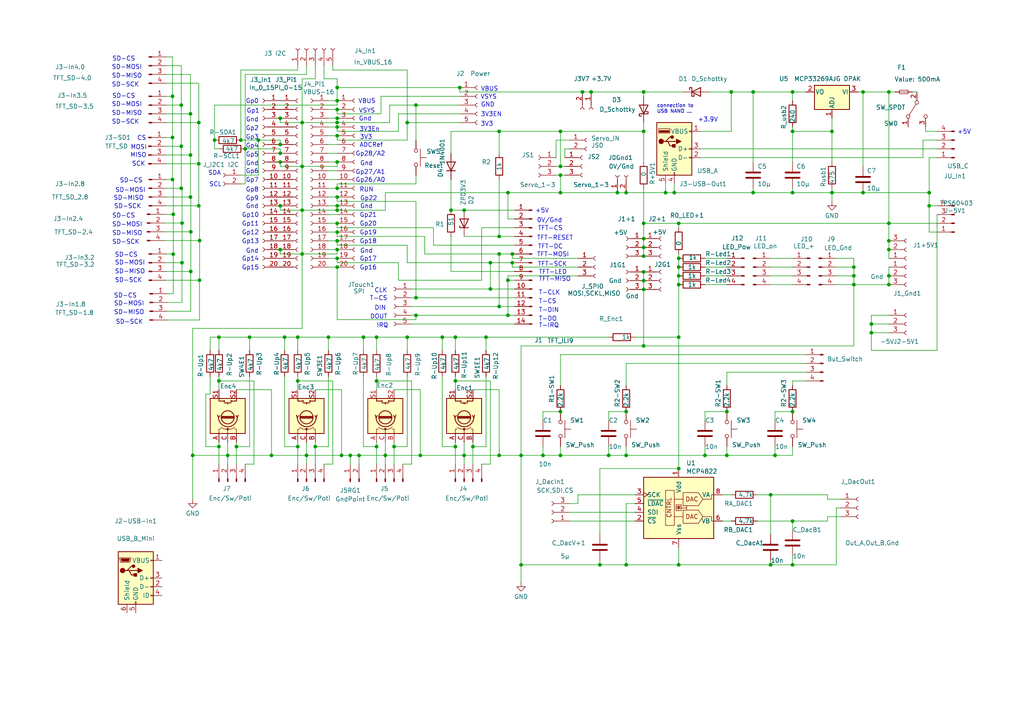
<source format=kicad_sch>
(kicad_sch (version 20231120) (generator "eeschema") (generator_version "8.0")
  (paper "A4")
  (lib_symbols
    (symbol "Analog_DAC:MCP4822" (pin_names (offset 1.016))
      (property "Reference" "U" (at -2.54 10.795 0))
      (property "Value" "MCP4822" (at -2.54 8.89 0))
      (symbol "MCP4822_0_0"
        (text "CNTRL" (at -2.032 -4.191 900) (effects (font (size 1.27 1.27)) (justify left bottom)))
        (text "DAC" (at 3.81 -3.81 0) (effects (font (size 1.27 1.27))))
        (text "DAC" (at 3.81 1.27 0) (effects (font (size 1.27 1.27))))
      )
      (symbol "MCP4822_1_1"
        (pin power_in line (at 0 10.16 270) (length 2.54) (name "Vdd") (number "1"))
        (pin input line (at -12.7 -5.08 0) (length 2.54) (name "~{CS}") (number "2"))
        (pin input clock (at -12.7 2.54 0) (length 2.54) (name "SCK") (number "3"))
        (pin input line (at -12.7 -2.54 0) (length 2.54) (name "SDI") (number "4"))
        (pin input line (at -12.7 0 0) (length 2.54) (name "~{LDAC}") (number "5"))
        (pin output line (at 12.7 -5.08 180) (length 2.54) (name "VB") (number "6"))
        (pin power_in line (at 0 -12.7 90) (length 2.54) (name "Vss") (number "7"))
        (pin output line (at 12.7 2.54 180) (length 2.54) (name "VA") (number "8"))
      )
    )
    (symbol "Connector:Conn_01x02_Pin" (pin_names (offset 1.016) hide)
      (property "Reference" "J" (at 0 2.54 0))
      (property "Value" "Conn_01x02_Pin" (at 0 -5.08 0))
      (symbol "Conn_01x02_Pin_1_1"
        (pin passive line (at 5.08 0 180) (length 3.81) (name "Pin_1") (number "1"))
        (pin passive line (at 5.08 -2.54 180) (length 3.81) (name "Pin_2") (number "2"))
      )
    )
    (symbol "Connector:Conn_01x02_Socket" (pin_names (offset 1.016) hide)
      (property "Reference" "J" (at 0 2.54 0))
      (property "Value" "Conn_01x02_Socket" (at 0 -5.08 0))
      (symbol "Conn_01x02_Socket_1_1"
        (pin passive line (at -5.08 0 0) (length 3.81) (name "Pin_1") (number "1"))
        (pin passive line (at -5.08 -2.54 0) (length 3.81) (name "Pin_2") (number "2"))
      )
    )
    (symbol "Connector:Conn_01x03_Socket" (pin_names (offset 1.016) hide)
      (property "Reference" "J" (at 0 5.08 0))
      (property "Value" "Conn_01x03_Socket" (at 0 -5.08 0))
      (symbol "Conn_01x03_Socket_1_1"
        (pin passive line (at -5.08 2.54 0) (length 3.81) (name "Pin_1") (number "1"))
        (pin passive line (at -5.08 0 0) (length 3.81) (name "Pin_2") (number "2"))
        (pin passive line (at -5.08 -2.54 0) (length 3.81) (name "Pin_3") (number "3"))
      )
    )
    (symbol "Connector:Conn_01x04_Pin" (pin_names (offset 1.016) hide)
      (property "Reference" "J" (at 0 5.08 0))
      (property "Value" "Conn_01x04_Pin" (at 0 -7.62 0))
      (symbol "Conn_01x04_Pin_1_1"
        (pin passive line (at 5.08 2.54 180) (length 3.81) (name "Pin_1") (number "1"))
        (pin passive line (at 5.08 0 180) (length 3.81) (name "Pin_2") (number "2"))
        (pin passive line (at 5.08 -2.54 180) (length 3.81) (name "Pin_3") (number "3"))
        (pin passive line (at 5.08 -5.08 180) (length 3.81) (name "Pin_4") (number "4"))
      )
    )
    (symbol "Connector:Conn_01x05_Socket" (pin_names (offset 1.016) hide)
      (property "Reference" "J" (at 0 7.62 0))
      (property "Value" "Conn_01x05_Socket" (at 0 -7.62 0))
      (symbol "Conn_01x05_Socket_1_1"
        (pin passive line (at -5.08 5.08 0) (length 3.81) (name "Pin_1") (number "1"))
        (pin passive line (at -5.08 2.54 0) (length 3.81) (name "Pin_2") (number "2"))
        (pin passive line (at -5.08 0 0) (length 3.81) (name "Pin_3") (number "3"))
        (pin passive line (at -5.08 -2.54 0) (length 3.81) (name "Pin_4") (number "4"))
        (pin passive line (at -5.08 -5.08 0) (length 3.81) (name "Pin_5") (number "5"))
      )
    )
    (symbol "Connector:Conn_01x14_Pin" (pin_names (offset 1.016) hide)
      (property "Reference" "J" (at 0 17.78 0))
      (property "Value" "Conn_01x14_Pin" (at 0 -20.32 0))
      (symbol "Conn_01x14_Pin_1_1"
        (pin passive line (at 5.08 15.24 180) (length 3.81) (name "Pin_1") (number "1"))
        (pin passive line (at 5.08 -7.62 180) (length 3.81) (name "Pin_10") (number "10"))
        (pin passive line (at 5.08 -10.16 180) (length 3.81) (name "Pin_11") (number "11"))
        (pin passive line (at 5.08 -12.7 180) (length 3.81) (name "Pin_12") (number "12"))
        (pin passive line (at 5.08 -15.24 180) (length 3.81) (name "Pin_13") (number "13"))
        (pin passive line (at 5.08 -17.78 180) (length 3.81) (name "Pin_14") (number "14"))
        (pin passive line (at 5.08 12.7 180) (length 3.81) (name "Pin_2") (number "2"))
        (pin passive line (at 5.08 10.16 180) (length 3.81) (name "Pin_3") (number "3"))
        (pin passive line (at 5.08 7.62 180) (length 3.81) (name "Pin_4") (number "4"))
        (pin passive line (at 5.08 5.08 180) (length 3.81) (name "Pin_5") (number "5"))
        (pin passive line (at 5.08 2.54 180) (length 3.81) (name "Pin_6") (number "6"))
        (pin passive line (at 5.08 0 180) (length 3.81) (name "Pin_7") (number "7"))
        (pin passive line (at 5.08 -2.54 180) (length 3.81) (name "Pin_8") (number "8"))
        (pin passive line (at 5.08 -5.08 180) (length 3.81) (name "Pin_9") (number "9"))
      )
    )
    (symbol "Connector:Conn_01x20_Socket" (pin_names (offset 1.016) hide)
      (property "Reference" "J" (at 0 25.4 0))
      (property "Value" "Conn_01x20_Socket" (at 0 -27.94 0))
      (symbol "Conn_01x20_Socket_1_1"
        (pin passive line (at -5.08 22.86 0) (length 3.81) (name "Pin_1") (number "1"))
        (pin passive line (at -5.08 0 0) (length 3.81) (name "Pin_10") (number "10"))
        (pin passive line (at -5.08 -2.54 0) (length 3.81) (name "Pin_11") (number "11"))
        (pin passive line (at -5.08 -5.08 0) (length 3.81) (name "Pin_12") (number "12"))
        (pin passive line (at -5.08 -7.62 0) (length 3.81) (name "Pin_13") (number "13"))
        (pin passive line (at -5.08 -10.16 0) (length 3.81) (name "Pin_14") (number "14"))
        (pin passive line (at -5.08 -12.7 0) (length 3.81) (name "Pin_15") (number "15"))
        (pin passive line (at -5.08 -15.24 0) (length 3.81) (name "Pin_16") (number "16"))
        (pin passive line (at -5.08 -17.78 0) (length 3.81) (name "Pin_17") (number "17"))
        (pin passive line (at -5.08 -20.32 0) (length 3.81) (name "Pin_18") (number "18"))
        (pin passive line (at -5.08 -22.86 0) (length 3.81) (name "Pin_19") (number "19"))
        (pin passive line (at -5.08 20.32 0) (length 3.81) (name "Pin_2") (number "2"))
        (pin passive line (at -5.08 -25.4 0) (length 3.81) (name "Pin_20") (number "20"))
        (pin passive line (at -5.08 17.78 0) (length 3.81) (name "Pin_3") (number "3"))
        (pin passive line (at -5.08 15.24 0) (length 3.81) (name "Pin_4") (number "4"))
        (pin passive line (at -5.08 12.7 0) (length 3.81) (name "Pin_5") (number "5"))
        (pin passive line (at -5.08 10.16 0) (length 3.81) (name "Pin_6") (number "6"))
        (pin passive line (at -5.08 7.62 0) (length 3.81) (name "Pin_7") (number "7"))
        (pin passive line (at -5.08 5.08 0) (length 3.81) (name "Pin_8") (number "8"))
        (pin passive line (at -5.08 2.54 0) (length 3.81) (name "Pin_9") (number "9"))
      )
    )
    (symbol "Connector:USB_A" (pin_names (offset 1.016))
      (property "Reference" "J" (at -5.08 11.43 0))
      (property "Value" "USB_A" (at -5.08 8.89 0))
      (symbol "USB_A_1_1"
        (pin power_in line (at 7.62 5.08 180) (length 2.54) (name "VBUS") (number "1"))
        (pin bidirectional line (at 7.62 -2.54 180) (length 2.54) (name "D-") (number "2"))
        (pin bidirectional line (at 7.62 0 180) (length 2.54) (name "D+") (number "3"))
        (pin power_in line (at 0 -10.16 90) (length 2.54) (name "GND") (number "4"))
        (pin passive line (at -2.54 -10.16 90) (length 2.54) (name "Shield") (number "5"))
      )
    )
    (symbol "Connector:USB_B_Mini" (pin_names (offset 1.016))
      (property "Reference" "J" (at -5.08 11.43 0))
      (property "Value" "USB_B_Mini" (at -5.08 8.89 0))
      (symbol "USB_B_Mini_1_1"
        (pin power_out line (at 7.62 5.08 180) (length 2.54) (name "VBUS") (number "1"))
        (pin bidirectional line (at 7.62 -2.54 180) (length 2.54) (name "D-") (number "2"))
        (pin bidirectional line (at 7.62 0 180) (length 2.54) (name "D+") (number "3"))
        (pin passive line (at 7.62 -5.08 180) (length 2.54) (name "ID") (number "4"))
        (pin power_out line (at 0 -10.16 90) (length 2.54) (name "GND") (number "5"))
        (pin passive line (at -2.54 -10.16 90) (length 2.54) (name "Shield") (number "6"))
      )
    )
    (symbol "Device:C" (pin_numbers hide) (pin_names (offset 0.254))
      (property "Reference" "C" (at 0.635 2.54 0))
      (property "Value" "C" (at 0.635 -2.54 0))
      (symbol "C_1_1"
        (pin passive line (at 0 3.81 270) (length 2.794) (name "~") (number "1"))
        (pin passive line (at 0 -3.81 90) (length 2.794) (name "~") (number "2"))
      )
    )
    (symbol "Device:D_Schottky" (pin_numbers hide) (pin_names (offset 1.016) hide)
      (property "Reference" "D" (at 0 2.54 0))
      (property "Value" "D_Schottky" (at 0 -2.54 0))
      (symbol "D_Schottky_1_1"
        (pin passive line (at -3.81 0 0) (length 2.54) (name "K") (number "1"))
        (pin passive line (at 3.81 0 180) (length 2.54) (name "A") (number "2"))
      )
    )
    (symbol "Device:Fuse_Small" (pin_numbers hide) (pin_names (offset 0.254) hide)
      (property "Reference" "F" (at 0 -1.524 0))
      (property "Value" "Fuse_Small" (at 0 1.524 0))
      (symbol "Fuse_Small_1_1"
        (pin passive line (at -2.54 0 0) (length 1.27) (name "~") (number "1"))
        (pin passive line (at 2.54 0 180) (length 1.27) (name "~") (number "2"))
      )
    )
    (symbol "Device:R" (pin_numbers hide) (pin_names (offset 0))
      (property "Reference" "R" (at 2.032 0 90))
      (property "Value" "R" (at 0 0 90))
      (symbol "R_1_1"
        (pin passive line (at 0 3.81 270) (length 1.27) (name "~") (number "1"))
        (pin passive line (at 0 -3.81 90) (length 1.27) (name "~") (number "2"))
      )
    )
    (symbol "Device:RotaryEncoder_Switch" (pin_names (offset 0.254) hide)
      (property "Reference" "SW" (at 0 6.604 0))
      (property "Value" "RotaryEncoder_Switch" (at 0 -6.604 0))
      (symbol "RotaryEncoder_Switch_1_1"
        (pin passive line (at -7.62 2.54 0) (length 2.54) (name "A") (number "A"))
        (pin passive line (at -7.62 -2.54 0) (length 2.54) (name "B") (number "B"))
        (pin passive line (at -7.62 0 0) (length 2.54) (name "C") (number "C"))
        (pin passive line (at 7.62 2.54 180) (length 2.54) (name "S1") (number "S1"))
        (pin passive line (at 7.62 -2.54 180) (length 2.54) (name "S2") (number "S2"))
      )
    )
    (symbol "Diode:1N4001" (pin_numbers hide) (pin_names hide)
      (property "Reference" "D" (at 0 2.54 0))
      (property "Value" "1N4001" (at 0 -2.54 0))
      (symbol "1N4001_1_1"
        (pin passive line (at -3.81 0 0) (length 2.54) (name "K") (number "1"))
        (pin passive line (at 3.81 0 180) (length 2.54) (name "A") (number "2"))
      )
    )
    (symbol "Diode:ZPDxx" (pin_numbers hide) (pin_names hide)
      (property "Reference" "D" (at 0 2.54 0))
      (property "Value" "ZPDxx" (at 0 -2.54 0))
      (symbol "ZPDxx_1_1"
        (pin passive line (at -3.81 0 0) (length 2.54) (name "K") (number "1"))
        (pin passive line (at 3.81 0 180) (length 2.54) (name "A") (number "2"))
      )
    )
    (symbol "Regulator_Linear:LM317_SOT-223" (pin_names (offset 0.254))
      (property "Reference" "U" (at -3.81 3.175 0))
      (property "Value" "LM317_SOT-223" (at 0 3.175 0))
      (symbol "LM317_SOT-223_1_1"
        (pin input line (at 0 -7.62 90) (length 2.54) (name "ADJ") (number "1"))
        (pin power_out line (at 7.62 0 180) (length 2.54) (name "VO") (number "2"))
        (pin power_in line (at -7.62 0 0) (length 2.54) (name "VI") (number "3"))
      )
    )
    (symbol "Switch:SW_Push" (pin_numbers hide) (pin_names (offset 1.016) hide)
      (property "Reference" "SW" (at 1.27 2.54 0))
      (property "Value" "SW_Push" (at 0 -1.524 0))
      (symbol "SW_Push_0_1"
        (pin passive line (at -5.08 0 0) (length 2.54) (name "1") (number "1"))
        (pin passive line (at 5.08 0 180) (length 2.54) (name "2") (number "2"))
      )
    )
    (symbol "Switch:SW_SPDT" (pin_names (offset 0) hide)
      (property "Reference" "SW" (at 0 4.318 0))
      (property "Value" "SW_SPDT" (at 0 -5.08 0))
      (symbol "SW_SPDT_1_1"
        (pin passive line (at 5.08 2.54 180) (length 2.54) (name "A") (number "1"))
        (pin passive line (at -5.08 0 0) (length 2.54) (name "B") (number "2"))
        (pin passive line (at 5.08 -2.54 180) (length 2.54) (name "C") (number "3"))
      )
    )
    (symbol "power:GND" (power) (pin_names (offset 0))
      (property "Value" "GND" (at 0 -3.81 0))
      (symbol "GND_1_1"
        (pin power_in line (at 0 0 270) (length 0) hide (name "GND") (number "1"))
      )
    )
  )
  (junction (at 257.81 64.77))
  (junction (at 162.56 38.1))
  (junction (at 81.28 46.99))
  (junction (at 78.74 132.08))
  (junction (at 196.85 135.89))
  (junction (at 229.87 119.38))
  (junction (at 173.99 163.83))
  (junction (at 137.16 129.54))
  (junction (at 151.13 132.08))
  (junction (at 134.62 132.08))
  (junction (at 133.35 25.4))
  (junction (at 132.08 110.49))
  (junction (at 204.47 132.08))
  (junction (at 168.91 26.67))
  (junction (at 55.3212 78.74))
  (junction (at 132.08 97.79))
  (junction (at 68.58 129.54))
  (junction (at 162.56 55.88))
  (junction (at 224.79 132.08))
  (junction (at 186.69 71.755))
  (junction (at 82.55 97.79))
  (junction (at 62.23 40.64))
  (junction (at 229.87 163.83))
  (junction (at 181.61 119.38))
  (junction (at 121.92 132.08))
  (junction (at 252.73 93.98))
  (junction (at 196.85 163.83))
  (junction (at 50.038 39.878))
  (junction (at 229.87 151.13))
  (junction (at 223.52 143.51))
  (junction (at 97.79 29.21))
  (junction (at 120.65 86.36))
  (junction (at 101.6 132.08))
  (junction (at 63.5 97.79))
  (junction (at 114.3 129.54))
  (junction (at 97.79 69.85))
  (junction (at 218.44 55.88))
  (junction (at 55.245 44.958))
  (junction (at 63.5 110.49))
  (junction (at 196.85 74.93))
  (junction (at 247.65 80.01))
  (junction (at 186.69 78.867))
  (junction (at 181.61 55.88))
  (junction (at 97.79 54.61))
  (junction (at 186.69 83.947))
  (junction (at 63.5 129.54))
  (junction (at 50.038 52.07))
  (junction (at 257.81 82.55))
  (junction (at 97.79 74.93))
  (junction (at 97.79 25.4))
  (junction (at 241.3 38.1))
  (junction (at 81.28 59.69))
  (junction (at 196.85 82.55))
  (junction (at 81.28 34.29))
  (junction (at 57.658 47.498))
  (junction (at 142.24 76.2))
  (junction (at 144.78 73.66))
  (junction (at 257.81 26.67))
  (junction (at 52.8066 64.6938))
  (junction (at 120.65 30.48))
  (junction (at 57.658 35.56))
  (junction (at 71.12 43.18))
  (junction (at 52.578 42.418))
  (junction (at 97.79 64.77))
  (junction (at 140.97 97.79))
  (junction (at 81.28 72.39))
  (junction (at 86.36 97.79))
  (junction (at 55.245 33.02))
  (junction (at 57.8866 69.7738))
  (junction (at 147.32 55.88))
  (junction (at 162.56 50.8))
  (junction (at 134.62 60.96))
  (junction (at 250.317 26.67))
  (junction (at 247.65 82.55))
  (junction (at 212.09 26.67))
  (junction (at 87.63 35.56))
  (junction (at 97.79 46.99))
  (junction (at 88.9 132.08))
  (junction (at 111.76 132.08))
  (junction (at 109.22 129.54))
  (junction (at 196.85 80.01))
  (junction (at 179.07 55.88))
  (junction (at 81.28 44.45))
  (junction (at 195.58 55.88))
  (junction (at 157.48 132.08))
  (junction (at 229.87 26.67))
  (junction (at 57.658 59.69))
  (junction (at 97.79 60.96))
  (junction (at 118.11 35.56))
  (junction (at 69.85 40.64))
  (junction (at 252.73 96.52))
  (junction (at 97.79 57.15))
  (junction (at 269.494 59.69))
  (junction (at 210.82 132.08))
  (junction (at 52.578 30.48))
  (junction (at 132.08 129.54))
  (junction (at 229.87 38.1))
  (junction (at 86.36 110.49))
  (junction (at 74.93 40.64))
  (junction (at 186.69 38.1))
  (junction (at 97.79 77.47))
  (junction (at 50.2666 62.1538))
  (junction (at 97.79 67.31))
  (junction (at 118.11 97.79))
  (junction (at 186.69 74.295))
  (junction (at 148.59 76.2))
  (junction (at 196.85 77.47))
  (junction (at 147.32 91.44))
  (junction (at 257.81 69.85))
  (junction (at 186.69 64.77))
  (junction (at 55.245 57.15))
  (junction (at 162.56 48.26))
  (junction (at 218.44 26.67))
  (junction (at 120.65 91.44))
  (junction (at 130.81 60.96))
  (junction (at 269.494 55.88))
  (junction (at 193.04 55.88))
  (junction (at 148.59 73.66))
  (junction (at 66.04 132.08))
  (junction (at 109.22 110.49))
  (junction (at 72.39 97.79))
  (junction (at 247.65 77.47))
  (junction (at 162.56 119.38))
  (junction (at 181.61 132.08))
  (junction (at 257.81 72.39))
  (junction (at 97.79 36.83))
  (junction (at 97.79 35.56))
  (junction (at 50.2412 73.7108))
  (junction (at 186.69 100.33))
  (junction (at 55.88 132.08))
  (junction (at 151.13 163.83))
  (junction (at 99.06 132.08))
  (junction (at 87.63 48.26))
  (junction (at 229.87 55.88))
  (junction (at 210.82 119.38))
  (junction (at 87.63 60.96))
  (junction (at 97.79 34.29))
  (junction (at 142.24 83.82))
  (junction (at 97.79 39.37))
  (junction (at 144.78 68.58))
  (junction (at 55.3466 67.2338))
  (junction (at 52.7812 76.2))
  (junction (at 57.8612 81.28))
  (junction (at 104.14 132.08))
  (junction (at 250.317 55.88))
  (junction (at 81.28 41.91))
  (junction (at 144.78 88.9))
  (junction (at 241.3 55.88))
  (junction (at 86.36 129.54))
  (junction (at 109.22 97.79))
  (junction (at 105.41 97.79))
  (junction (at 52.578 54.61))
  (junction (at 223.52 163.83))
  (junction (at 181.61 163.83))
  (junction (at 128.27 97.79))
  (junction (at 257.81 80.01))
  (junction (at 186.69 26.67))
  (junction (at 91.44 129.54))
  (junction (at 97.79 72.39))
  (junction (at 186.69 69.215))
  (junction (at 147.32 81.28))
  (junction (at 97.79 31.75))
  (junction (at 196.85 97.79))
  (junction (at 196.85 64.77))
  (junction (at 50.038 27.94))
  (junction (at 144.78 38.1))
  (junction (at 97.79 59.69))
  (junction (at 162.56 132.08))
  (junction (at 171.45 26.67))
  (junction (at 186.69 81.407))
  (junction (at 176.53 132.08))
  (junction (at 95.25 97.79))
  (junction (at 87.63 73.66))
  (junction (at 144.78 132.08))
  (wire (pts (xy 140.97 97.79) (xy 176.53 97.79)))
  (wire (pts (xy 72.39 97.79) (xy 82.55 97.79)))
  (wire (pts (xy 218.44 26.67) (xy 229.87 26.67)))
  (wire (pts (xy 134.62 132.08) (xy 144.78 132.08)))
  (wire (pts (xy 120.65 92.71) (xy 97.79 92.71)))
  (wire (pts (xy 55.245 44.958) (xy 55.245 57.15)))
  (wire (pts (xy 204.47 119.38) (xy 210.82 119.38)))
  (wire (pts (xy 176.53 129.54) (xy 176.53 132.08)))
  (wire (pts (xy 241.3 54.61) (xy 241.3 55.88)))
  (wire (pts (xy 118.11 109.22) (xy 118.11 129.54)))
  (wire (pts (xy 148.59 74.93) (xy 148.59 73.66)))
  (wire (pts (xy 173.99 163.83) (xy 181.61 163.83)))
  (wire (pts (xy 113.03 30.48) (xy 120.65 30.48)))
  (wire (pts (xy 147.32 80.01) (xy 167.64 80.01)))
  (wire (pts (xy 120.65 58.42) (xy 120.65 86.36)))
  (wire (pts (xy 223.52 163.83) (xy 229.87 163.83)))
  (wire (pts (xy 144.78 38.1) (xy 162.56 38.1)))
  (wire (pts (xy 95.25 29.21) (xy 97.79 29.21)))
  (wire (pts (xy 95.25 97.79) (xy 105.41 97.79)))
  (wire (pts (xy 55.245 57.15) (xy 55.3466 57.15)))
  (wire (pts (xy 121.92 113.03) (xy 121.92 132.08)))
  (wire (pts (xy 86.36 97.79) (xy 95.25 97.79)))
  (wire (pts (xy 97.79 35.56) (xy 97.79 34.29)))
  (wire (pts (xy 162.56 55.88) (xy 179.07 55.88)))
  (wire (pts (xy 115.57 81.28) (xy 139.7 81.28)))
  (wire (pts (xy 161.29 50.8) (xy 162.56 50.8)))
  (wire (pts (xy 48.26 35.56) (xy 57.658 35.56)))
  (wire (pts (xy 173.99 162.56) (xy 173.99 163.83)))
  (wire (pts (xy 233.68 26.67) (xy 229.87 26.67)))
  (wire (pts (xy 157.48 129.54) (xy 157.48 132.08)))
  (wire (pts (xy 133.35 26.67) (xy 168.91 26.67)))
  (wire (pts (xy 52.578 19.05) (xy 52.578 30.48)))
  (wire (pts (xy 62.23 40.64) (xy 62.23 43.18)))
  (wire (pts (xy 82.55 109.22) (xy 82.55 129.54)))
  (wire (pts (xy 48.26 73.66) (xy 50.2412 73.66)))
  (wire (pts (xy 97.79 67.31) (xy 97.79 68.58)))
  (wire (pts (xy 196.85 163.83) (xy 223.52 163.83)))
  (wire (pts (xy 196.85 73.66) (xy 196.85 74.93)))
  (wire (pts (xy 148.59 76.2) (xy 148.59 77.47)))
  (wire (pts (xy 181.61 105.41) (xy 181.61 111.76)))
  (wire (pts (xy 147.32 81.28) (xy 149.225 81.28)))
  (wire (pts (xy 95.25 49.53) (xy 97.79 49.53)))
  (wire (pts (xy 71.12 43.18) (xy 71.12 53.34)))
  (wire (pts (xy 196.85 74.93) (xy 196.85 77.47)))
  (wire (pts (xy 218.44 26.67) (xy 218.44 46.99)))
  (wire (pts (xy 66.04 128.27) (xy 66.04 132.08)))
  (wire (pts (xy 173.99 135.89) (xy 173.99 154.94)))
  (wire (pts (xy 163.83 43.18) (xy 165.1 43.18)))
  (wire (pts (xy 52.578 30.48) (xy 52.578 42.418)))
  (wire (pts (xy 48.514 87.7316) (xy 52.7812 87.7316)))
  (wire (pts (xy 95.25 69.85) (xy 97.79 69.85)))
  (wire (pts (xy 95.25 36.83) (xy 97.79 36.83)))
  (wire (pts (xy 224.79 119.38) (xy 224.79 121.92)))
  (wire (pts (xy 240.03 144.78) (xy 243.84 144.78)))
  (wire (pts (xy 48.26 52.07) (xy 50.038 52.07)))
  (wire (pts (xy 196.85 64.77) (xy 196.85 66.04)))
  (wire (pts (xy 132.08 128.27) (xy 132.08 129.54)))
  (wire (pts (xy 48.26 21.59) (xy 55.245 21.59)))
  (wire (pts (xy 229.87 151.13) (xy 229.87 153.67)))
  (wire (pts (xy 109.22 110.49) (xy 119.38 110.49)))
  (wire (pts (xy 97.79 60.96) (xy 111.76 60.96)))
  (wire (pts (xy 132.08 97.79) (xy 132.08 101.6)))
  (wire (pts (xy 118.11 97.79) (xy 128.27 97.79)))
  (wire (pts (xy 87.63 73.66) (xy 87.63 95.25)))
  (wire (pts (xy 97.79 31.75) (xy 97.79 33.02)))
  (wire (pts (xy 81.28 43.18) (xy 81.28 44.45)))
  (wire (pts (xy 95.25 46.99) (xy 97.79 46.99)))
  (wire (pts (xy 147.32 81.28) (xy 147.32 80.01)))
  (wire (pts (xy 257.81 26.67) (xy 257.81 64.77)))
  (wire (pts (xy 269.494 59.69) (xy 269.494 55.88)))
  (wire (pts (xy 241.3 38.1) (xy 229.87 38.1)))
  (wire (pts (xy 157.48 119.38) (xy 162.56 119.38)))
  (wire (pts (xy 186.69 64.77) (xy 196.85 64.77)))
  (wire (pts (xy 210.82 80.01) (xy 204.47 80.01)))
  (wire (pts (xy 87.63 35.56) (xy 97.79 35.56)))
  (wire (pts (xy 210.82 132.08) (xy 224.79 132.08)))
  (wire (pts (xy 93.98 19.05) (xy 93.98 22.86)))
  (wire (pts (xy 55.245 21.59) (xy 55.245 33.02)))
  (wire (pts (xy 95.25 54.61) (xy 97.79 54.61)))
  (wire (pts (xy 181.61 146.05) (xy 184.15 146.05)))
  (wire (pts (xy 109.22 113.03) (xy 109.22 110.49)))
  (wire (pts (xy 121.92 132.08) (xy 134.62 132.08)))
  (wire (pts (xy 116.84 134.62) (xy 119.38 134.62)))
  (wire (pts (xy 186.69 35.56) (xy 186.69 38.1)))
  (wire (pts (xy 118.11 40.64) (xy 118.11 35.56)))
  (wire (pts (xy 50.2666 52.07) (xy 50.2666 62.1538)))
  (wire (pts (xy 147.32 55.88) (xy 162.56 55.88)))
  (wire (pts (xy 71.12 43.18) (xy 81.28 43.18)))
  (wire (pts (xy 52.7812 76.2) (xy 52.7812 87.7316)))
  (wire (pts (xy 91.44 128.27) (xy 91.44 129.54)))
  (wire (pts (xy 62.23 30.48) (xy 62.23 40.64)))
  (wire (pts (xy 95.25 34.29) (xy 97.79 34.29)))
  (wire (pts (xy 95.25 72.39) (xy 97.79 72.39)))
  (wire (pts (xy 264.668 26.67) (xy 265.938 26.67)))
  (wire (pts (xy 168.91 26.67) (xy 171.45 26.67)))
  (wire (pts (xy 101.6 132.08) (xy 104.14 132.08)))
  (wire (pts (xy 250.317 55.88) (xy 269.494 55.88)))
  (wire (pts (xy 48.133 47.498) (xy 57.658 47.498)))
  (wire (pts (xy 137.16 129.54) (xy 140.97 129.54)))
  (wire (pts (xy 93.98 134.62) (xy 96.52 134.62)))
  (wire (pts (xy 95.25 64.77) (xy 97.79 64.77)))
  (wire (pts (xy 81.28 46.99) (xy 81.28 48.26)))
  (wire (pts (xy 118.11 20.32) (xy 96.52 20.32)))
  (wire (pts (xy 167.64 146.05) (xy 167.64 143.51)))
  (wire (pts (xy 247.65 74.93) (xy 247.65 77.47)))
  (wire (pts (xy 48.26 19.05) (xy 52.578 19.05)))
  (wire (pts (xy 97.79 68.58) (xy 123.19 68.58)))
  (wire (pts (xy 87.63 48.26) (xy 87.63 60.96)))
  (wire (pts (xy 133.35 25.4) (xy 133.35 26.67)))
  (wire (pts (xy 55.88 132.08) (xy 66.04 132.08)))
  (wire (pts (xy 186.69 54.61) (xy 186.69 64.77)))
  (wire (pts (xy 93.98 22.86) (xy 97.79 22.86)))
  (wire (pts (xy 115.57 33.02) (xy 133.35 33.02)))
  (wire (pts (xy 87.63 22.86) (xy 91.44 22.86)))
  (wire (pts (xy 118.11 76.2) (xy 142.24 76.2)))
  (wire (pts (xy 62.23 43.18) (xy 63.5 43.18)))
  (wire (pts (xy 68.58 128.27) (xy 68.58 129.54)))
  (wire (pts (xy 165.1 146.05) (xy 167.64 146.05)))
  (wire (pts (xy 111.76 132.08) (xy 121.92 132.08)))
  (wire (pts (xy 105.41 97.79) (xy 105.41 101.6)))
  (wire (pts (xy 132.08 97.79) (xy 140.97 97.79)))
  (wire (pts (xy 134.62 68.58) (xy 144.78 68.58)))
  (wire (pts (xy 50.038 27.94) (xy 50.038 39.878)))
  (wire (pts (xy 48.133 44.958) (xy 55.245 44.958)))
  (wire (pts (xy 81.28 60.96) (xy 87.63 60.96)))
  (wire (pts (xy 97.79 53.34) (xy 120.65 53.34)))
  (wire (pts (xy 193.04 55.88) (xy 195.58 55.88)))
  (wire (pts (xy 210.82 74.93) (xy 204.47 74.93)))
  (wire (pts (xy 87.63 60.96) (xy 97.79 60.96)))
  (wire (pts (xy 86.36 129.54) (xy 86.36 134.62)))
  (wire (pts (xy 63.5 97.79) (xy 72.39 97.79)))
  (wire (pts (xy 147.32 81.28) (xy 147.32 91.44)))
  (wire (pts (xy 48.26 81.28) (xy 57.8612 81.28)))
  (wire (pts (xy 57.8612 81.28) (xy 57.8866 81.28)))
  (wire (pts (xy 223.52 143.51) (xy 219.71 143.51)))
  (wire (pts (xy 144.78 73.66) (xy 144.78 88.9)))
  (wire (pts (xy 149.225 76.2) (xy 148.59 76.2)))
  (wire (pts (xy 181.61 55.88) (xy 193.04 55.88)))
  (wire (pts (xy 229.87 29.21) (xy 229.87 26.67)))
  (wire (pts (xy 97.79 39.37) (xy 97.79 40.64)))
  (wire (pts (xy 195.58 53.34) (xy 195.58 55.88)))
  (wire (pts (xy 111.76 55.88) (xy 147.32 55.88)))
  (wire (pts (xy 86.36 110.49) (xy 96.52 110.49)))
  (wire (pts (xy 132.08 129.54) (xy 132.08 134.62)))
  (wire (pts (xy 48.26 57.15) (xy 55.245 57.15)))
  (wire (pts (xy 241.3 34.29) (xy 241.3 38.1)))
  (wire (pts (xy 69.85 40.64) (xy 69.85 20.32)))
  (wire (pts (xy 196.85 97.79) (xy 196.85 135.89)))
  (wire (pts (xy 82.55 129.54) (xy 86.36 129.54)))
  (wire (pts (xy 203.2 45.72) (xy 267.716 45.72)))
  (wire (pts (xy 52.8066 64.6938) (xy 52.8066 76.2)))
  (wire (pts (xy 52.578 42.418) (xy 52.578 54.61)))
  (wire (pts (xy 240.03 143.51) (xy 240.03 144.78)))
  (wire (pts (xy 151.13 163.83) (xy 173.99 163.83)))
  (wire (pts (xy 55.88 95.25) (xy 55.88 132.08)))
  (wire (pts (xy 48.514 92.8116) (xy 57.8612 92.8116)))
  (wire (pts (xy 173.99 135.89) (xy 196.85 135.89)))
  (wire (pts (xy 229.87 36.83) (xy 229.87 38.1)))
  (wire (pts (xy 97.79 58.42) (xy 120.65 58.42)))
  (wire (pts (xy 48.133 39.878) (xy 50.038 39.878)))
  (wire (pts (xy 130.81 78.74) (xy 149.225 78.74)))
  (wire (pts (xy 193.04 53.34) (xy 193.04 55.88)))
  (wire (pts (xy 212.09 26.67) (xy 212.09 38.1)))
  (wire (pts (xy 81.28 35.56) (xy 87.63 35.56)))
  (wire (pts (xy 60.96 101.6) (xy 60.96 97.79)))
  (wire (pts (xy 242.57 74.93) (xy 247.65 74.93)))
  (wire (pts (xy 118.11 35.56) (xy 118.11 20.32)))
  (wire (pts (xy 224.79 132.08) (xy 229.87 132.08)))
  (wire (pts (xy 186.69 69.215) (xy 186.69 71.755)))
  (wire (pts (xy 242.57 77.47) (xy 247.65 77.47)))
  (wire (pts (xy 97.79 57.15) (xy 97.79 58.42)))
  (wire (pts (xy 119.38 88.9) (xy 144.78 88.9)))
  (wire (pts (xy 130.81 52.07) (xy 130.81 60.96)))
  (wire (pts (xy 63.5 97.79) (xy 63.5 101.6)))
  (wire (pts (xy 134.62 132.08) (xy 134.62 134.62)))
  (wire (pts (xy 120.65 86.36) (xy 149.225 86.36)))
  (wire (pts (xy 60.96 97.79) (xy 63.5 97.79)))
  (wire (pts (xy 128.27 109.22) (xy 128.27 129.54)))
  (wire (pts (xy 52.578 54.61) (xy 52.8066 54.61)))
  (wire (pts (xy 269.494 59.69) (xy 271.78 59.69)))
  (wire (pts (xy 186.69 26.67) (xy 186.69 27.94)))
  (wire (pts (xy 72.39 129.54) (xy 68.58 129.54)))
  (wire (pts (xy 111.76 60.96) (xy 111.76 55.88)))
  (wire (pts (xy 95.25 57.15) (xy 97.79 57.15)))
  (wire (pts (xy 252.73 93.98) (xy 252.73 96.52)))
  (wire (pts (xy 59.69 129.54) (xy 63.5 129.54)))
  (wire (pts (xy 109.22 97.79) (xy 109.22 101.6)))
  (wire (pts (xy 139.7 66.04) (xy 149.225 66.04)))
  (wire (pts (xy 88.9 132.08) (xy 88.9 134.62)))
  (wire (pts (xy 130.81 38.1) (xy 130.81 44.45)))
  (wire (pts (xy 229.87 132.08) (xy 229.87 129.54)))
  (wire (pts (xy 95.25 62.23) (xy 97.79 62.23)))
  (wire (pts (xy 137.16 129.54) (xy 137.16 134.62)))
  (wire (pts (xy 142.24 76.2) (xy 148.59 76.2)))
  (wire (pts (xy 242.57 147.32) (xy 243.84 147.32)))
  (wire (pts (xy 257.81 26.67) (xy 259.588 26.67)))
  (wire (pts (xy 50.038 39.878) (xy 50.038 52.07)))
  (wire (pts (xy 114.3 113.03) (xy 121.92 113.03)))
  (wire (pts (xy 50.038 16.51) (xy 50.038 27.94)))
  (wire (pts (xy 241.3 38.1) (xy 241.3 46.99)))
  (wire (pts (xy 97.79 77.47) (xy 97.79 92.71)))
  (wire (pts (xy 87.63 35.56) (xy 87.63 22.86)))
  (wire (pts (xy 87.63 95.25) (xy 55.88 95.25)))
  (wire (pts (xy 240.03 149.86) (xy 240.03 151.13)))
  (wire (pts (xy 57.658 59.69) (xy 57.8866 59.69)))
  (wire (pts (xy 144.78 38.1) (xy 144.78 44.45)))
  (wire (pts (xy 229.87 55.88) (xy 241.3 55.88)))
  (wire (pts (xy 97.79 74.93) (xy 97.79 76.2)))
  (wire (pts (xy 50.2412 73.7108) (xy 50.2412 85.1916)))
  (wire (pts (xy 47.7266 64.6938) (xy 52.8066 64.6938)))
  (wire (pts (xy 99.06 113.03) (xy 99.06 132.08)))
  (wire (pts (xy 147.32 91.44) (xy 149.225 91.44)))
  (wire (pts (xy 128.27 129.54) (xy 132.08 129.54)))
  (wire (pts (xy 119.38 110.49) (xy 119.38 134.62)))
  (wire (pts (xy 115.57 38.1) (xy 115.57 33.02)))
  (wire (pts (xy 142.24 83.82) (xy 149.225 83.82)))
  (wire (pts (xy 162.56 102.87) (xy 233.68 102.87)))
  (wire (pts (xy 120.65 53.34) (xy 120.65 50.8)))
  (wire (pts (xy 151.13 132.08) (xy 151.13 163.83)))
  (wire (pts (xy 115.57 76.2) (xy 115.57 81.28)))
  (wire (pts (xy 109.22 129.54) (xy 109.22 134.62)))
  (wire (pts (xy 268.478 38.1) (xy 271.78 38.1)))
  (wire (pts (xy 144.78 68.58) (xy 149.225 68.58)))
  (wire (pts (xy 128.27 97.79) (xy 132.08 97.79)))
  (wire (pts (xy 118.11 35.56) (xy 133.35 35.56)))
  (wire (pts (xy 96.52 20.32) (xy 96.52 19.05)))
  (wire (pts (xy 181.61 132.08) (xy 181.61 129.54)))
  (wire (pts (xy 247.65 82.55) (xy 257.81 82.55)))
  (wire (pts (xy 123.19 73.66) (xy 144.78 73.66)))
  (wire (pts (xy 257.81 96.52) (xy 252.73 96.52)))
  (wire (pts (xy 147.32 55.88) (xy 147.32 63.5)))
  (wire (pts (xy 132.08 109.22) (xy 132.08 110.49)))
  (wire (pts (xy 130.81 60.96) (xy 134.62 60.96)))
  (wire (pts (xy 132.08 113.03) (xy 132.08 110.49)))
  (wire (pts (xy 203.2 38.1) (xy 212.09 38.1)))
  (wire (pts (xy 114.3 128.27) (xy 114.3 129.54)))
  (wire (pts (xy 88.9 128.27) (xy 88.9 132.08)))
  (wire (pts (xy 161.29 48.26) (xy 162.56 48.26)))
  (wire (pts (xy 78.74 113.03) (xy 78.74 132.08)))
  (wire (pts (xy 165.1 151.13) (xy 184.15 151.13)))
  (wire (pts (xy 125.73 71.12) (xy 149.225 71.12)))
  (wire (pts (xy 97.79 73.66) (xy 97.79 72.39)))
  (wire (pts (xy 186.69 78.867) (xy 186.69 81.407)))
  (wire (pts (xy 97.79 35.56) (xy 113.03 35.56)))
  (wire (pts (xy 63.5 110.49) (xy 73.66 110.49)))
  (wire (pts (xy 57.8866 69.7738) (xy 57.8866 81.28)))
  (wire (pts (xy 96.52 110.49) (xy 96.52 134.62)))
  (wire (pts (xy 130.81 38.1) (xy 144.78 38.1)))
  (wire (pts (xy 55.3466 67.2338) (xy 55.3466 78.74)))
  (wire (pts (xy 181.61 105.41) (xy 233.68 105.41)))
  (wire (pts (xy 134.62 60.96) (xy 149.225 60.96)))
  (wire (pts (xy 97.79 76.2) (xy 115.57 76.2)))
  (wire (pts (xy 184.15 97.79) (xy 196.85 97.79)))
  (wire (pts (xy 271.78 40.64) (xy 267.716 40.64)))
  (wire (pts (xy 210.82 77.47) (xy 204.47 77.47)))
  (wire (pts (xy 118.11 97.79) (xy 118.11 101.6)))
  (wire (pts (xy 72.39 109.22) (xy 72.39 129.54)))
  (wire (pts (xy 109.22 109.22) (xy 109.22 110.49)))
  (wire (pts (xy 140.97 109.22) (xy 140.97 129.54)))
  (wire (pts (xy 91.44 22.86) (xy 91.44 19.05)))
  (wire (pts (xy 97.79 48.26) (xy 97.79 46.99)))
  (wire (pts (xy 229.87 80.01) (xy 223.52 80.01)))
  (wire (pts (xy 120.65 91.44) (xy 147.32 91.44)))
  (wire (pts (xy 74.93 40.64) (xy 81.28 40.64)))
  (wire (pts (xy 95.25 67.31) (xy 97.79 67.31)))
  (wire (pts (xy 86.36 113.03) (xy 86.36 110.49)))
  (wire (pts (xy 248.92 26.67) (xy 250.317 26.67)))
  (wire (pts (xy 86.36 97.79) (xy 86.36 101.6)))
  (wire (pts (xy 242.57 147.32) (xy 242.57 163.83)))
  (wire (pts (xy 97.79 36.83) (xy 97.79 38.1)))
  (wire (pts (xy 250.317 26.67) (xy 257.81 26.67)))
  (wire (pts (xy 48.26 78.74) (xy 55.3212 78.74)))
  (wire (pts (xy 196.85 80.01) (xy 196.85 82.55)))
  (wire (pts (xy 52.7812 76.2) (xy 48.26 76.2)))
  (wire (pts (xy 139.7 134.62) (xy 142.24 134.62)))
  (wire (pts (xy 162.56 48.26) (xy 163.83 48.26)))
  (wire (pts (xy 97.79 64.77) (xy 97.79 66.04)))
  (wire (pts (xy 223.52 143.51) (xy 240.03 143.51)))
  (wire (pts (xy 95.25 97.79) (xy 95.25 101.6)))
  (wire (pts (xy 74.93 50.8) (xy 74.93 40.64)))
  (wire (pts (xy 95.25 77.47) (xy 97.79 77.47)))
  (wire (pts (xy 269.494 67.31) (xy 271.78 67.31)))
  (wire (pts (xy 87.63 73.66) (xy 97.79 73.66)))
  (wire (pts (xy 186.69 64.77) (xy 186.69 69.215)))
  (wire (pts (xy 257.81 93.98) (xy 252.73 93.98)))
  (wire (pts (xy 179.07 55.88) (xy 181.61 55.88)))
  (wire (pts (xy 71.12 21.59) (xy 88.9 21.59)))
  (wire (pts (xy 120.65 30.48) (xy 120.65 40.64)))
  (wire (pts (xy 48.514 85.1916) (xy 50.2412 85.1916)))
  (wire (pts (xy 105.41 97.79) (xy 109.22 97.79)))
  (wire (pts (xy 81.28 48.26) (xy 87.63 48.26)))
  (wire (pts (xy 257.81 72.39) (xy 257.81 74.93)))
  (wire (pts (xy 161.29 45.72) (xy 161.29 40.64)))
  (wire (pts (xy 66.04 132.08) (xy 66.04 134.62)))
  (wire (pts (xy 139.7 66.04) (xy 139.7 81.28)))
  (wire (pts (xy 57.658 47.498) (xy 57.658 59.69)))
  (wire (pts (xy 176.53 132.08) (xy 181.61 132.08)))
  (wire (pts (xy 212.09 26.67) (xy 218.44 26.67)))
  (wire (pts (xy 229.87 82.55) (xy 223.52 82.55)))
  (wire (pts (xy 62.23 30.48) (xy 97.79 30.48)))
  (wire (pts (xy 218.44 55.88) (xy 229.87 55.88)))
  (wire (pts (xy 147.32 63.5) (xy 149.225 63.5)))
  (wire (pts (xy 224.79 119.38) (xy 229.87 119.38)))
  (wire (pts (xy 130.81 68.58) (xy 130.81 78.74)))
  (wire (pts (xy 105.41 129.54) (xy 109.22 129.54)))
  (wire (pts (xy 257.81 64.77) (xy 257.81 69.85)))
  (wire (pts (xy 81.28 34.29) (xy 81.28 35.56)))
  (wire (pts (xy 60.96 114.3) (xy 59.69 114.3)))
  (wire (pts (xy 120.65 30.48) (xy 133.35 30.48)))
  (wire (pts (xy 48.133 42.418) (xy 52.578 42.418)))
  (wire (pts (xy 223.52 162.56) (xy 223.52 163.83)))
  (wire (pts (xy 144.78 88.9) (xy 149.225 88.9)))
  (wire (pts (xy 171.45 26.67) (xy 186.69 26.67)))
  (wire (pts (xy 68.58 129.54) (xy 68.58 134.62)))
  (wire (pts (xy 69.85 53.34) (xy 71.12 53.34)))
  (wire (pts (xy 181.61 146.05) (xy 181.61 163.83)))
  (wire (pts (xy 71.12 134.62) (xy 73.66 134.62)))
  (wire (pts (xy 210.82 132.08) (xy 210.82 129.54)))
  (wire (pts (xy 78.74 132.08) (xy 88.9 132.08)))
  (wire (pts (xy 247.65 80.01) (xy 247.65 82.55)))
  (wire (pts (xy 95.25 129.54) (xy 91.44 129.54)))
  (wire (pts (xy 229.87 54.61) (xy 229.87 55.88)))
  (wire (pts (xy 209.55 151.13) (xy 212.09 151.13)))
  (wire (pts (xy 57.8866 59.69) (xy 57.8866 69.7738)))
  (wire (pts (xy 204.47 132.08) (xy 210.82 132.08)))
  (wire (pts (xy 181.61 132.08) (xy 204.47 132.08)))
  (wire (pts (xy 229.87 163.83) (xy 229.87 161.29)))
  (wire (pts (xy 63.5 128.27) (xy 63.5 129.54)))
  (wire (pts (xy 95.25 109.22) (xy 95.25 129.54)))
  (wire (pts (xy 223.52 154.94) (xy 223.52 143.51)))
  (wire (pts (xy 60.96 109.22) (xy 60.96 114.3)))
  (wire (pts (xy 181.61 163.83) (xy 196.85 163.83)))
  (wire (pts (xy 87.63 73.66) (xy 81.28 73.66)))
  (wire (pts (xy 55.3466 57.15) (xy 55.3466 67.2338)))
  (wire (pts (xy 95.25 44.45) (xy 97.79 44.45)))
  (wire (pts (xy 50.2666 62.1538) (xy 50.2666 73.7108)))
  (wire (pts (xy 110.49 27.94) (xy 133.35 27.94)))
  (wire (pts (xy 69.85 20.32) (xy 86.36 20.32)))
  (wire (pts (xy 176.53 119.38) (xy 181.61 119.38)))
  (wire (pts (xy 111.76 132.08) (xy 111.76 134.62)))
  (wire (pts (xy 210.82 107.95) (xy 233.68 107.95)))
  (wire (pts (xy 59.69 114.3) (xy 59.69 129.54)))
  (wire (pts (xy 162.56 38.1) (xy 162.56 48.26)))
  (wire (pts (xy 204.47 129.54) (xy 204.47 132.08)))
  (wire (pts (xy 104.14 132.08) (xy 111.76 132.08)))
  (wire (pts (xy 97.79 25.4) (xy 133.35 25.4)))
  (wire (pts (xy 97.79 60.96) (xy 97.79 59.69)))
  (wire (pts (xy 69.85 50.8) (xy 74.93 50.8)))
  (wire (pts (xy 119.38 83.82) (xy 142.24 83.82)))
  (wire (pts (xy 97.79 71.12) (xy 118.11 71.12)))
  (wire (pts (xy 118.11 71.12) (xy 118.11 76.2)))
  (wire (pts (xy 113.03 35.56) (xy 113.03 30.48)))
  (wire (pts (xy 63.5 109.22) (xy 63.5 110.49)))
  (wire (pts (xy 97.79 71.12) (xy 97.79 69.85)))
  (wire (pts (xy 161.29 40.64) (xy 165.1 40.64)))
  (wire (pts (xy 271.78 62.23) (xy 271.78 101.6)))
  (wire (pts (xy 134.62 128.27) (xy 134.62 132.08)))
  (wire (pts (xy 257.81 69.85) (xy 257.81 72.39)))
  (wire (pts (xy 195.58 55.88) (xy 218.44 55.88)))
  (wire (pts (xy 95.25 74.93) (xy 97.79 74.93)))
  (wire (pts (xy 176.53 119.38) (xy 176.53 121.92)))
  (wire (pts (xy 125.73 66.04) (xy 125.73 71.12)))
  (wire (pts (xy 241.3 55.88) (xy 250.317 55.88)))
  (wire (pts (xy 48.26 33.02) (xy 55.245 33.02)))
  (wire (pts (xy 95.25 52.07) (xy 97.79 52.07)))
  (wire (pts (xy 111.76 128.27) (xy 111.76 132.08)))
  (wire (pts (xy 82.55 97.79) (xy 82.55 101.6)))
  (wire (pts (xy 55.245 33.02) (xy 55.245 44.958)))
  (wire (pts (xy 97.79 25.4) (xy 97.79 29.21)))
  (wire (pts (xy 57.8612 81.28) (xy 57.8612 92.8116)))
  (wire (pts (xy 48.26 24.13) (xy 57.658 24.13)))
  (wire (pts (xy 52.8066 76.2) (xy 52.7812 76.2)))
  (wire (pts (xy 81.28 60.96) (xy 81.28 59.69)))
  (wire (pts (xy 86.36 20.32) (xy 86.36 19.05)))
  (wire (pts (xy 48.26 59.69) (xy 57.658 59.69)))
  (wire (pts (xy 97.79 40.64) (xy 118.11 40.64)))
  (wire (pts (xy 269.494 55.88) (xy 269.494 45.72)))
  (wire (pts (xy 137.16 128.27) (xy 137.16 129.54)))
  (wire (pts (xy 88.9 132.08) (xy 99.06 132.08)))
  (wire (pts (xy 247.65 77.47) (xy 247.65 80.01)))
  (wire (pts (xy 148.59 73.66) (xy 149.225 73.66)))
  (wire (pts (xy 269.494 45.72) (xy 271.78 45.72)))
  (wire (pts (xy 82.55 97.79) (xy 86.36 97.79)))
  (wire (pts (xy 128.27 97.79) (xy 128.27 101.6)))
  (wire (pts (xy 210.82 107.95) (xy 210.82 111.76)))
  (wire (pts (xy 267.716 45.72) (xy 267.716 40.64)))
  (wire (pts (xy 105.41 109.22) (xy 105.41 129.54)))
  (wire (pts (xy 114.3 129.54) (xy 114.3 134.62)))
  (wire (pts (xy 151.13 163.83) (xy 151.13 168.91)))
  (wire (pts (xy 114.3 129.54) (xy 118.11 129.54)))
  (wire (pts (xy 120.65 91.44) (xy 120.65 92.71)))
  (wire (pts (xy 119.38 91.44) (xy 120.65 91.44)))
  (wire (pts (xy 210.82 82.55) (xy 204.47 82.55)))
  (wire (pts (xy 52.8066 54.61) (xy 52.8066 64.6938)))
  (wire (pts (xy 229.87 38.1) (xy 229.87 46.99)))
  (wire (pts (xy 142.24 76.2) (xy 142.24 83.82)))
  (wire (pts (xy 196.85 77.47) (xy 196.85 80.01)))
  (wire (pts (xy 229.87 110.49) (xy 229.87 111.76)))
  (wire (pts (xy 88.9 19.05) (xy 88.9 21.59)))
  (wire (pts (xy 241.3 55.88) (xy 241.3 58.42)))
  (wire (pts (xy 250.317 26.67) (xy 250.317 48.26)))
  (wire (pts (xy 81.28 72.39) (xy 81.28 73.66)))
  (wire (pts (xy 186.69 81.407) (xy 186.69 83.947)))
  (wire (pts (xy 104.14 132.08) (xy 104.14 134.62)))
  (wire (pts (xy 151.13 100.33) (xy 186.69 100.33)))
  (wire (pts (xy 97.79 29.21) (xy 97.79 30.48)))
  (wire (pts (xy 205.74 26.67) (xy 212.09 26.67)))
  (wire (pts (xy 142.24 110.49) (xy 142.24 134.62)))
  (wire (pts (xy 110.49 27.94) (xy 110.49 33.02)))
  (wire (pts (xy 162.56 132.08) (xy 176.53 132.08)))
  (wire (pts (xy 186.69 83.947) (xy 186.69 100.33)))
  (wire (pts (xy 86.36 109.22) (xy 86.36 110.49)))
  (wire (pts (xy 81.28 40.64) (xy 81.28 41.91)))
  (wire (pts (xy 50.2412 73.66) (xy 50.2412 73.7108)))
  (wire (pts (xy 91.44 113.03) (xy 99.06 113.03)))
  (wire (pts (xy 72.39 97.79) (xy 72.39 101.6)))
  (wire (pts (xy 196.85 82.55) (xy 196.85 97.79)))
  (wire (pts (xy 123.19 68.58) (xy 123.19 73.66)))
  (wire (pts (xy 109.22 128.27) (xy 109.22 129.54)))
  (wire (pts (xy 186.69 26.67) (xy 198.12 26.67)))
  (wire (pts (xy 186.69 38.1) (xy 186.69 46.99)))
  (wire (pts (xy 257.81 64.77) (xy 271.78 64.77)))
  (wire (pts (xy 257.81 77.47) (xy 257.81 80.01)))
  (wire (pts (xy 132.08 110.49) (xy 142.24 110.49)))
  (wire (pts (xy 97.79 38.1) (xy 115.57 38.1)))
  (wire (pts (xy 47.7266 62.1538) (xy 50.2666 62.1538)))
  (wire (pts (xy 162.56 50.8) (xy 162.56 55.88)))
  (wire (pts (xy 252.73 91.44) (xy 257.81 91.44)))
  (wire (pts (xy 55.88 132.08) (xy 55.88 144.78)))
  (wire (pts (xy 68.58 113.03) (xy 78.74 113.03)))
  (wire (pts (xy 229.87 74.93) (xy 223.52 74.93)))
  (wire (pts (xy 162.56 50.8) (xy 163.83 50.8)))
  (wire (pts (xy 63.5 113.03) (xy 63.5 110.49)))
  (wire (pts (xy 87.63 48.26) (xy 97.79 48.26)))
  (wire (pts (xy 196.85 64.77) (xy 257.81 64.77)))
  (wire (pts (xy 47.7266 69.7738) (xy 57.8866 69.7738)))
  (wire (pts (xy 157.48 132.08) (xy 162.56 132.08)))
  (wire (pts (xy 63.5 129.54) (xy 63.5 134.62)))
  (wire (pts (xy 212.09 143.51) (xy 209.55 143.51)))
  (wire (pts (xy 229.87 77.47) (xy 223.52 77.47)))
  (wire (pts (xy 73.66 110.49) (xy 73.66 134.62)))
  (wire (pts (xy 48.26 16.51) (xy 50.038 16.51)))
  (wire (pts (xy 86.36 128.27) (xy 86.36 129.54)))
  (wire (pts (xy 57.658 35.56) (xy 57.658 47.498)))
  (wire (pts (xy 47.7266 67.2338) (xy 55.3466 67.2338)))
  (wire (pts (xy 119.38 93.98) (xy 149.225 93.98)))
  (wire (pts (xy 242.57 80.01) (xy 247.65 80.01)))
  (wire (pts (xy 162.56 132.08) (xy 162.56 129.54)))
  (wire (pts (xy 268.478 36.83) (xy 268.478 38.1)))
  (wire (pts (xy 119.38 86.36) (xy 120.65 86.36)))
  (wire (pts (xy 87.63 60.96) (xy 87.63 73.66)))
  (wire (pts (xy 218.44 54.61) (xy 218.44 55.88)))
  (wire (pts (xy 87.63 35.56) (xy 87.63 48.26)))
  (wire (pts (xy 229.87 163.83) (xy 242.57 163.83)))
  (wire (pts (xy 252.73 96.52) (xy 252.73 101.6)))
  (wire (pts (xy 186.69 71.755) (xy 186.69 74.295)))
  (wire (pts (xy 148.59 77.47) (xy 167.64 77.47)))
  (wire (pts (xy 50.2666 52.07) (xy 50.038 52.07)))
  (wire (pts (xy 162.56 102.87) (xy 162.56 111.76)))
  (wire (pts (xy 55.3212 78.74) (xy 55.3466 78.74)))
  (wire (pts (xy 219.71 151.13) (xy 229.87 151.13)))
  (wire (pts (xy 97.79 33.02) (xy 110.49 33.02)))
  (wire (pts (xy 101.6 132.08) (xy 101.6 134.62)))
  (wire (pts (xy 95.25 31.75) (xy 97.79 31.75)))
  (wire (pts (xy 229.87 110.49) (xy 233.68 110.49)))
  (wire (pts (xy 57.658 24.13) (xy 57.658 35.56)))
  (wire (pts (xy 97.79 66.04) (xy 125.73 66.04)))
  (wire (pts (xy 229.87 151.13) (xy 240.03 151.13)))
  (wire (pts (xy 144.78 52.07) (xy 144.78 68.58)))
  (wire (pts (xy 271.78 43.18) (xy 203.2 43.18)))
  (wire (pts (xy 196.85 163.83) (xy 196.85 158.75)))
  (wire (pts (xy 97.79 22.86) (xy 97.79 25.4)))
  (wire (pts (xy 204.47 119.38) (xy 204.47 121.92)))
  (wire (pts (xy 95.25 59.69) (xy 97.79 59.69)))
  (wire (pts (xy 269.494 59.69) (xy 269.494 67.31)))
  (wire (pts (xy 48.26 27.94) (xy 50.038 27.94)))
  (wire (pts (xy 50.2412 73.7108) (xy 50.2666 73.7108)))
  (wire (pts (xy 48.26 30.48) (xy 52.578 30.48)))
  (wire (pts (xy 151.13 100.33) (xy 151.13 132.08)))
  (wire (pts (xy 48.514 90.2716) (xy 55.3212 90.2716)))
  (wire (pts (xy 148.59 74.93) (xy 167.64 74.93)))
  (wire (pts (xy 91.44 129.54) (xy 91.44 134.62)))
  (wire (pts (xy 163.83 45.72) (xy 163.83 43.18)))
  (wire (pts (xy 157.48 119.38) (xy 157.48 121.92)))
  (wire (pts (xy 95.25 41.91) (xy 97.79 41.91)))
  (wire (pts (xy 55.3212 90.2716) (xy 55.3212 78.74)))
  (wire (pts (xy 71.12 43.18) (xy 71.12 21.59)))
  (wire (pts (xy 257.81 80.01) (xy 257.81 82.55)))
  (wire (pts (xy 69.85 40.64) (xy 74.93 40.64)))
  (wire (pts (xy 252.73 91.44) (xy 252.73 93.98)))
  (wire (pts (xy 224.79 129.54) (xy 224.79 132.08)))
  (wire (pts (xy 66.04 132.08) (xy 78.74 132.08)))
  (wire (pts (xy 252.73 101.6) (xy 271.78 101.6)))
  (wire (pts (xy 242.57 82.55) (xy 247.65 82.55)))
  (wire (pts (xy 140.97 97.79) (xy 140.97 101.6)))
  (wire (pts (xy 109.22 97.79) (xy 118.11 97.79)))
  (wire (pts (xy 240.03 149.86) (xy 243.84 149.86)))
  (wire (pts (xy 95.25 39.37) (xy 97.79 39.37)))
  (wire (pts (xy 151.13 132.08) (xy 157.48 132.08)))
  (wire (pts (xy 247.65 82.55) (xy 247.65 100.33)))
  (wire (pts (xy 144.78 132.08) (xy 151.13 132.08)))
  (wire (pts (xy 99.06 132.08) (xy 101.6 132.08)))
  (wire (pts (xy 137.16 113.03) (xy 144.78 113.03)))
  (wire (pts (xy 144.78 113.03) (xy 144.78 132.08)))
  (wire (pts (xy 48.26 54.61) (xy 52.578 54.61)))
  (wire (pts (xy 162.56 38.1) (xy 186.69 38.1)))
  (wire (pts (xy 97.79 54.61) (xy 97.79 53.34)))
  (wire (pts (xy 186.69 100.33) (xy 247.65 100.33)))
  (wire (pts (xy 167.64 143.51) (xy 184.15 143.51)))
  (wire (pts (xy 165.1 148.59) (xy 184.15 148.59)))
  (wire (pts (xy 144.78 73.66) (xy 148.59 73.66)))
  (text "Gp19" (at 106.807 67.564 0) (effects (font (size 1.27 1.27))))
  (text "CLK" (at 108.585 85.09 0) (effects (font (size 1.27 1.27)) (justify left bottom)))
  (text "SD-CS" (at 32.9946 86.614 0) (effects (font (size 1.27 1.27)) (justify left bottom)))
  (text "SD-MISO" (at 32.893 58.293 0) (effects (font (size 1.27 1.27)) (justify left bottom)))
  (text "Gp13" (at 72.644 70.104 0) (effects (font (size 1.27 1.27))))
  (text "MISO" (at 37.719 45.847 0) (effects (font (size 1.27 1.27)) (justify left bottom)))
  (text "RUN" (at 106.299 55.118 0) (effects (font (size 1.27 1.27))))
  (text "SD-MOSI" (at 33.274 77.0636 0) (effects (font (size 1.27 1.27)) (justify left bottom)))
  (text "0V/Gnd" (at 155.702 64.77 0) (effects (font (size 1.27 1.27)) (justify left bottom)))
  (text "SD-CS" (at 33.2486 74.7776 0) (effects (font (size 1.27 1.27)) (justify left bottom)))
  (text "Gp16" (at 106.807 77.724 0) (effects (font (size 1.27 1.27))))
  (text "Gp20" (at 106.807 65.024 0) (effects (font (size 1.27 1.27))))
  (text "DIN" (at 108.585 90.17 0) (effects (font (size 1.27 1.27)) (justify left bottom)))
  (text "Gnd" (at 106.299 59.944 0) (effects (font (size 1.27 1.27))))
  (text "DOUT" (at 107.315 92.71 0) (effects (font (size 1.27 1.27)) (justify left bottom)))
  (text "SD-MOSI" (at 32.385 20.32 0) (effects (font (size 1.27 1.27)) (justify left bottom)))
  (text "Gp18" (at 106.807 70.104 0) (effects (font (size 1.27 1.27))))
  (text "3V3EN" (at 142.494 33.274 0) (effects (font (size 1.27 1.27))))
  (text "Gp15" (at 72.644 77.724 0) (effects (font (size 1.27 1.27))))
  (text "Gp5" (at 73.152 44.958 0) (effects (font (size 1.27 1.27))))
  (text "ADCRef" (at 107.696 42.164 0) (effects (font (size 1.27 1.27))))
  (text "TFT-LED" (at 156.21 79.756 0) (effects (font (size 1.27 1.27)) (justify left bottom)))
  (text "T-CS" (at 156.21 88.265 0) (effects (font (size 1.27 1.27)) (justify left bottom)))
  (text "SD-CS" (at 32.512 17.907 0) (effects (font (size 1.27 1.27)) (justify left bottom)))
  (text "SD-MISO" (at 33.02 91.44 0) (effects (font (size 1.27 1.27)) (justify left bottom)))
  (text "TFT-RESET" (at 155.702 69.85 0) (effects (font (size 1.27 1.27)) (justify left bottom)))
  (text "TFT-DC" (at 155.956 72.39 0) (effects (font (size 1.27 1.27)) (justify left bottom)))
  (text "Gp21" (at 106.807 62.484 0) (effects (font (size 1.27 1.27))))
  (text "Gp11" (at 72.644 65.024 0) (effects (font (size 1.27 1.27))))
  (text "Gp9" (at 73.152 57.658 0) (effects (font (size 1.27 1.27))))
  (text "SD-MISO" (at 32.385 22.86 0) (effects (font (size 1.27 1.27)) (justify left bottom)))
  (text "SD-MOSI" (at 32.385 31.115 0) (effects (font (size 1.27 1.27)) (justify left bottom)))
  (text "Gp6" (at 73.152 49.784 0) (effects (font (size 1.27 1.27))))
  (text "VSYS" (at 141.732 28.194 0) (effects (font (size 1.27 1.27))))
  (text "3V3" (at 141.224 36.068 0) (effects (font (size 1.27 1.27))))
  (text "Gp14" (at 72.644 75.184 0) (effects (font (size 1.27 1.27))))
  (text "TFT-CS" (at 155.956 67.056 0) (effects (font (size 1.27 1.27)) (justify left bottom)))
  (text "Gnd" (at 106.299 72.898 0) (effects (font (size 1.27 1.27))))
  (text "T-CLK" (at 156.21 85.725 0) (effects (font (size 1.27 1.27)) (justify left bottom)))
  (text "CS" (at 39.751 40.894 0) (effects (font (size 1.27 1.27)) (justify left bottom)))
  (text "Gnd" (at 73.152 47.498 0) (effects (font (size 1.27 1.27))))
  (text "Gp0" (at 73.152 29.464 0) (effects (font (size 1.27 1.27))))
  (text "Gp12" (at 72.644 67.564 0) (effects (font (size 1.27 1.27))))
  (text "Gp10" (at 72.644 62.484 0) (effects (font (size 1.27 1.27))))
  (text "MOSI" (at 37.846 43.561 0) (effects (font (size 1.27 1.27)) (justify left bottom)))
  (text "T-DIN" (at 156.21 90.805 0) (effects (font (size 1.27 1.27)) (justify left bottom)))
  (text "SD-MISO" (at 33.274 79.6036 0) (effects (font (size 1.27 1.27)) (justify left bottom)))
  (text "Gp7" (at 73.152 52.324 0) (effects (font (size 1.27 1.27))))
  (text "connection to\nUSB NANO ..." (at 190.5 33.02 0) (effects (font (size 1.016 1.016)) (justify left bottom)))
  (text "+5V" (at 155.194 61.976 0) (effects (font (size 1.27 1.27)) (justify left bottom)))
  (text "+5V" (at 281.686 39.116 0) (effects (font (size 1.27 1.27)) (justify right bottom)))
  (text "IRQ" (at 109.22 95.25 0) (effects (font (size 1.27 1.27)) (justify left bottom)))
  (text "TFT-SCK" (at 155.956 77.47 0) (effects (font (size 1.27 1.27)) (justify left bottom)))
  (text "SCK" (at 38.227 48.387 0) (effects (font (size 1.27 1.27)) (justify left bottom)))
  (text "SD-MISO" (at 32.4866 68.5038 0) (effects (font (size 1.27 1.27)) (justify left bottom)))
  (text "T-CS" (at 107.188 87.376 0) (effects (font (size 1.27 1.27)) (justify left bottom)))
  (text "SD-CS" (at 32.4866 63.4238 0) (effects (font (size 1.27 1.27)) (justify left bottom)))
  (text "Gnd" (at 105.918 34.544 0) (effects (font (size 1.27 1.27))))
  (text "Gp28/A2" (at 107.442 44.704 0) (effects (font (size 1.27 1.27))))
  (text "Gnd" (at 73.152 72.898 0) (effects (font (size 1.27 1.27))))
  (text "SD-SCK" (at 33.02 60.706 0) (effects (font (size 1.27 1.27)) (justify left bottom)))
  (text "SDA" (at 62.23 50.292 0) (effects (font (size 1.27 1.27))))
  (text "Gp8" (at 73.152 55.118 0) (effects (font (size 1.27 1.27))))
  (text "TFT-MOSI" (at 155.702 74.676 0) (effects (font (size 1.27 1.27)) (justify left bottom)))
  (text "SD-SCK" (at 32.385 36.195 0) (effects (font (size 1.27 1.27)) (justify left bottom)))
  (text "Gnd" (at 73.152 59.944 0) (effects (font (size 1.27 1.27))))
  (text "Gp2" (at 73.152 37.338 0) (effects (font (size 1.27 1.27))))
  (text "SD-CS" (at 32.512 28.702 0) (effects (font (size 1.27 1.27)) (justify left bottom)))
  (text "Gp4" (at 73.152 42.418 0) (effects (font (size 1.27 1.27))))
  (text "T-DO" (at 156.21 93.345 0) (effects (font (size 1.27 1.27)) (justify left bottom)))
  (text "T-IRQ" (at 156.21 95.25 0) (effects (font (size 1.27 1.27)) (justify left bottom)))
  (text "SD-SCK" (at 32.385 25.4 0) (effects (font (size 1.27 1.27)) (justify left bottom)))
  (text "+3.9V" (at 208.28 35.56 0) (effects (font (size 1.27 1.27)) (justify right bottom)))
  (text "Gp22" (at 106.934 57.658 0) (effects (font (size 1.27 1.27))))
  (text "TFT-MISO" (at 156.21 81.788 0) (effects (font (size 1.27 1.27)) (justify left bottom)))
  (text "SCL" (at 62.484 53.594 0) (effects (font (size 1.27 1.27))))
  (text "VBUS" (at 141.986 25.908 0) (effects (font (size 1.27 1.27))))
  (text "VSYS" (at 106.426 32.258 0) (effects (font (size 1.27 1.27))))
  (text "Gp1" (at 73.406 32.258 0) (effects (font (size 1.27 1.27))))
  (text "VBUS" (at 106.426 29.464 0) (effects (font (size 1.27 1.27))))
  (text "SD-MOSI" (at 32.4866 65.9638 0) (effects (font (size 1.27 1.27)) (justify left bottom)))
  (text "Gp26/A0" (at 107.442 52.324 0) (effects (font (size 1.27 1.27))))
  (text "GND" (at 141.478 30.48 0) (effects (font (size 1.27 1.27))))
  (text "3V3" (at 106.172 39.878 0) (effects (font (size 1.27 1.27))))
  (text "SD-MISO" (at 32.385 33.655 0) (effects (font (size 1.27 1.27)) (justify left bottom)))
  (text "SD-SCK" (at 32.4866 71.0438 0) (effects (font (size 1.27 1.27)) (justify left bottom)))
  (text "SD-SCK" (at 33.274 82.1436 0) (effects (font (size 1.27 1.27)) (justify left bottom)))
  (text "Gnd" (at 106.299 47.498 0) (effects (font (size 1.27 1.27))))
  (text "Gp27/A1" (at 107.442 50.038 0) (effects (font (size 1.27 1.27))))
  (text "Gp3" (at 73.152 39.878 0) (effects (font (size 1.27 1.27))))
  (text "3V3En" (at 107.188 37.592 0) (effects (font (size 1.27 1.27))))
  (text "SD-SCK" (at 33.528 94.234 0) (effects (font (size 1.27 1.27)) (justify left bottom)))
  (text "Gp17" (at 106.807 75.184 0) (effects (font (size 1.27 1.27))))
  (text "SD-CS" (at 34.671 53.213 0) (effects (font (size 1.27 1.27)) (justify left bottom)))
  (text "Gnd" (at 73.152 34.798 0) (effects (font (size 1.27 1.27))))
  (text "SD-MOSI" (at 33.401 56.007 0) (effects (font (size 1.27 1.27)) (justify left bottom)))
  (text "SD-MOSI" (at 33.02 88.9 0) (effects (font (size 1.27 1.27)) (justify left bottom)))
  (symbol (lib_id "Device:R") (at 215.9 143.51 90) (unit 1)
    (property "Reference" "RA_DAC1" (at 218.44 146.05 90) (effects (justify left)))
    (property "Value" "4.7k" (at 218.44 143.51 90) (effects (justify left)))
    (property "Footprint" "Resistor_SMD:R_1206_3216Metric_Pad1.30x1.75mm_HandSolder" (effects (hide yes)))
  )
  (symbol (lib_id "Connector:Conn_01x04_Pin") (at 215.9 77.47 0) (mirror y) (unit 1)
    (property "Reference" "J12" (at 213.868 69.088 0))
    (property "Value" "LED_Pow" (at 213.614 71.628 0))
    (property "Footprint" "Connector_PinHeader_2.54mm:PinHeader_1x04_P2.54mm_Vertical" (effects (hide yes)))
  )
  (symbol (lib_id "Connector:Conn_01x03_Socket") (at 262.89 80.01 0) (unit 1)
    (property "Reference" "J1_Gnd1" (at 259.08 85.09 0) (effects (justify left)))
    (property "Value" "Gnd" (at 252.476 80.264 0) (effects (justify left)))
    (property "Footprint" "Connector_PinHeader_2.54mm:PinHeader_1x03_P2.54mm_Vertical" (effects (hide yes)))
  )
  (symbol (lib_id "Device:RotaryEncoder_Switch") (at 66.04 120.65 90) (unit 1)
    (property "Reference" "SW4E1" (at 70.104 103.124 0) (effects (justify right)))
    (property "Value" "Enc4" (at 63.754 112.014 90) (effects (justify right)))
    (property "Footprint" "Rotary_Encoder:RotaryEncoder_Alps_EC11E-Switch_Vertical_H20mm" (effects (hide yes)))
  )
  (symbol (lib_id "Device:R") (at 66.04 40.64 90) (unit 1)
    (property "Reference" "R-SDA1" (at 68.58 38.354 90) (effects (justify left)))
    (property "Value" "4k7" (at 68.072 40.894 90) (effects (justify left)))
    (property "Footprint" "Resistor_SMD:R_1206_3216Metric_Pad1.30x1.75mm_HandSolder" (effects (hide yes)))
  )
  (symbol (lib_id "Device:D_Schottky") (at 201.93 26.67 0) (unit 1)
    (property "Reference" "D1" (at 198.12 22.86 0))
    (property "Value" "D_Schottky" (at 205.74 22.86 0))
    (property "Footprint" "Diode_THT:D_DO-15_P15.24mm_Horizontal" (effects (hide yes)))
  )
  (symbol (lib_id "Device:R") (at 140.97 105.41 180) (unit 1)
    (property "Reference" "R-Up12" (at 143.764 102.108 90) (effects (justify left)))
    (property "Value" "4k7" (at 141.224 103.632 90) (effects (justify left)))
    (property "Footprint" "Resistor_SMD:R_1206_3216Metric_Pad1.30x1.75mm_HandSolder" (effects (hide yes)))
  )
  (symbol (lib_id "Device:R") (at 162.56 115.57 0) (unit 1)
    (property "Reference" "R1-SW1" (at 160.02 116.84 90) (effects (justify left)))
    (property "Value" "2.2k" (at 162.56 118.11 90) (effects (justify left)))
    (property "Footprint" "Resistor_SMD:R_1206_3216Metric_Pad1.30x1.75mm_HandSolder" (effects (hide yes)))
  )
  (symbol (lib_id "Diode:ZPDxx") (at 134.62 64.77 90) (unit 1)
    (property "Reference" "D2" (at 136.652 56.642 0) (effects (justify right)))
    (property "Value" "ZPD3V3" (at 134.366 52.07 0) (effects (justify right)))
    (property "Footprint" "Diode_THT:D_DO-35_SOD27_P10.16mm_Horizontal" (effects (hide yes)))
    (property "Datasheet" "http://diotec.com/tl_files/diotec/files/pdf/datasheets/zpd1" (effects (hide yes)))
    (property "Description" "500mW Zener Diode, DO-35" (effects (hide yes)))
  )
  (symbol (lib_id "Connector:Conn_01x04_Pin") (at 43.18 30.48 0) (unit 1)
    (property "Reference" "J3-In3.5" (at 20.955 27.686 0))
    (property "Value" "TFT_SD-3.5" (at 21.59 30.861 0))
    (property "Footprint" "Connector_PinHeader_2.54mm:PinHeader_1x04_P2.54mm_Vertical" (effects (hide yes)))
  )
  (symbol (lib_id "Connector:Conn_01x02_Socket") (at 170.18 40.64 0) (unit 1)
    (property "Reference" "JS0" (at 171.45 42.164 0) (effects (justify left)))
    (property "Value" "Servo_IN" (at 171.45 40.132 0) (effects (justify left)))
    (property "Footprint" "Connector_PinSocket_2.54mm:PinSocket_1x02_P2.54mm_Vertical" (effects (hide yes)))
    (property "Description" "Generic connector, single row, 01x02, script generated" (effects (hide yes)))
  )
  (symbol (lib_id "Connector:Conn_01x03_Socket") (at 181.61 71.755 0) (mirror y) (unit 1)
    (property "Reference" "J1+1" (at 181.737 63.5 0))
    (property "Value" "+5V" (at 179.959 67.437 0))
    (property "Footprint" "Connector_PinHeader_2.54mm:PinHeader_1x03_P2.54mm_Vertical" (effects (hide yes)))
  )
  (symbol (lib_id "Connector:Conn_01x04_Pin") (at 276.86 64.77 180) (unit 1)
    (property "Reference" "J-5V1" (at 276.987 61.087 0))
    (property "Value" "TPS60403" (at 277.368 58.928 0))
    (property "Footprint" "Connector_PinHeader_2.54mm:PinHeader_1x04_P2.54mm_Vertical" (effects (hide yes)))
  )
  (symbol (lib_id "Device:C") (at 224.79 125.73 0) (unit 1)
    (property "Reference" "C4" (at 224.79 121.92 0) (effects (justify left)))
    (property "Value" "10n" (at 224.79 129.54 0) (effects (justify left)))
    (property "Footprint" "Capacitor_SMD:C_1206_3216Metric_Pad1.33x1.80mm_HandSolder" (effects (hide yes)))
  )
  (symbol (lib_id "Device:R") (at 186.69 50.8 180) (unit 1)
    (property "Reference" "R+5V1" (at 189.23 46.99 90) (effects (justify left)))
    (property "Value" "0" (at 186.69 49.784 90) (effects (justify left)))
    (property "Footprint" "Resistor_THT:R_Axial_DIN0207_L6.3mm_D2.5mm_P10.16mm_Horizontal" (effects (hide yes)))
  )
  (symbol (lib_id "Connector:Conn_01x20_Socket") (at 90.17 52.07 0) (mirror y) (unit 1)
    (property "Reference" "J4_Pi1" (at 91.186 24.384 0))
    (property "Value" "VBUS-16" (at 92.456 26.67 0))
    (property "Footprint" "Connector_PinSocket_2.54mm:PinSocket_1x20_P2.54mm_Vertical" (effects (hide yes)))
    (property "Description" "Generic connector, single row, 01x20, script generated" (effects (hide yes)))
  )
  (symbol (lib_id "Device:D_Schottky") (at 186.69 31.75 90) (unit 1)
    (property "Reference" "D3" (at 178.816 28.956 90))
    (property "Value" "D_Schottky" (at 179.07 31.75 90))
    (property "Footprint" "Diode_THT:D_DO-15_P12.70mm_Horizontal" (effects (hide yes)))
  )
  (symbol (lib_id "Connector:Conn_01x03_Socket") (at 191.77 81.407 0) (unit 1)
    (property "Reference" "J2G1" (at 189.738 76.708 0) (effects (justify left)))
    (property "Value" "Gnd" (at 181.483 85.852 0) (effects (justify left)))
    (property "Footprint" "Connector_PinHeader_2.54mm:PinHeader_1x03_P2.54mm_Vertical" (effects (hide yes)))
  )
  (symbol (lib_id "Device:RotaryEncoder_Switch") (at 88.9 120.65 90) (unit 1)
    (property "Reference" "SW3E1" (at 92.71 102.87 0) (effects (justify right)))
    (property "Value" "Enc3" (at 86.36 112.268 90) (effects (justify right)))
    (property "Footprint" "Rotary_Encoder:RotaryEncoder_Alps_EC11E-Switch_Vertical_H20mm" (effects (hide yes)))
  )
  (symbol (lib_id "Device:R") (at 60.96 105.41 180) (unit 1)
    (property "Reference" "R-Up1" (at 58.166 102.616 90) (effects (justify left)))
    (property "Value" "4k7" (at 61.214 103.886 90) (effects (justify left)))
    (property "Footprint" "Resistor_SMD:R_1206_3216Metric_Pad1.30x1.75mm_HandSolder" (effects (hide yes)))
  )
  (symbol (lib_id "Device:R") (at 86.36 105.41 180) (unit 1)
    (property "Reference" "R-Up5" (at 89.154 102.108 90) (effects (justify left)))
    (property "Value" "4k7" (at 86.614 103.632 90) (effects (justify left)))
    (property "Footprint" "Resistor_SMD:R_1206_3216Metric_Pad1.30x1.75mm_HandSolder" (effects (hide yes)))
  )
  (symbol (lib_id "Device:R") (at 109.22 105.41 180) (unit 1)
    (property "Reference" "R-Up8" (at 112.776 102.362 90) (effects (justify left)))
    (property "Value" "4k7" (at 109.474 103.886 90) (effects (justify left)))
    (property "Footprint" "Resistor_SMD:R_1206_3216Metric_Pad1.30x1.75mm_HandSolder" (effects (hide yes)))
  )
  (symbol (lib_id "Connector:Conn_01x04_Pin") (at 218.44 77.47 0) (unit 1)
    (property "Reference" "J11" (at 220.726 69.088 0))
    (property "Value" "LED_on" (at 221.996 71.374 0))
    (property "Footprint" "Connector_PinHeader_2.54mm:PinHeader_1x04_P2.54mm_Vertical" (effects (hide yes)))
  )
  (symbol (lib_id "Device:R") (at 130.81 64.77 0) (unit 1)
    (property "Reference" "R1" (at 126.238 65.024 0) (effects (justify left)))
    (property "Value" "51" (at 130.81 65.532 90) (effects (justify left)))
    (property "Footprint" "Resistor_THT:R_Axial_DIN0207_L6.3mm_D2.5mm_P10.16mm_Horizontal" (effects (hide yes)))
  )
  (symbol (lib_id "Device:R") (at 95.25 105.41 180) (unit 1)
    (property "Reference" "R-Up6" (at 98.044 102.108 90) (effects (justify left)))
    (property "Value" "4k7" (at 95.504 103.632 90) (effects (justify left)))
    (property "Footprint" "Resistor_SMD:R_1206_3216Metric_Pad1.30x1.75mm_HandSolder" (effects (hide yes)))
  )
  (symbol (lib_id "Device:RotaryEncoder_Switch") (at 134.62 120.65 90) (unit 1)
    (property "Reference" "SW1E1" (at 138.43 103.378 0) (effects (justify right)))
    (property "Value" "Enc1" (at 132.334 112.522 90) (effects (justify right)))
    (property "Footprint" "Rotary_Encoder:RotaryEncoder_Alps_EC11E-Switch_Vertical_H20mm" (effects (hide yes)))
  )
  (symbol (lib_id "Connector:Conn_01x03_Socket") (at 156.21 48.26 0) (mirror y) (unit 1)
    (property "Reference" "JS1" (at 153.162 44.958 0))
    (property "Value" "Servo_1-3" (at 155.956 53.594 0))
    (property "Footprint" "Connector_PinHeader_2.54mm:PinHeader_1x03_P2.54mm_Vertical" (effects (hide yes)))
  )
  (symbol (lib_id "Switch:SW_Push") (at 181.61 124.46 270) (mirror x) (unit 1)
    (property "Reference" "SW2" (at 188.468 121.92 90) (effects (justify right)))
    (property "Value" "SW_Push" (at 191.516 129.032 90) (effects (justify right)))
    (property "Footprint" "Button_Switch_THT:SW_PUSH_6mm_H7.3mm" (effects (hide yes)))
    (property "Description" "Push button switch, generic, two pins" (effects (hide yes)))
  )
  (symbol (lib_id "Connector:Conn_01x02_Pin") (at 101.6 139.7 90) (unit 1)
    (property "Reference" "J5RG1" (at 101.6 142.24 90))
    (property "Value" "GndPoint" (at 101.6 144.78 90))
    (property "Footprint" "Connector_PinHeader_2.54mm:PinHeader_1x02_P2.54mm_Vertical" (effects (hide yes)))
  )
  (symbol (lib_id "Device:R") (at 241.3 50.8 0) (mirror x) (unit 1)
    (property "Reference" "Rusb1" (at 238.76 48.26 90) (effects (justify left)))
    (property "Value" "475" (at 241.3 49.53 90) (effects (justify left)))
    (property "Footprint" "Resistor_THT:R_Axial_DIN0207_L6.3mm_D2.5mm_P10.16mm_Horizontal" (effects (hide yes)))
  )
  (symbol (lib_id "Connector:Conn_01x04_Pin") (at 66.04 139.7 90) (unit 1)
    (property "Reference" "J7" (at 65.786 141.732 90))
    (property "Value" "Enc/Sw/Poti" (at 66.802 144.526 90))
    (property "Footprint" "Connector_PinHeader_2.54mm:PinHeader_1x04_P2.54mm_Vertical" (effects (hide yes)))
  )
  (symbol (lib_id "Connector:Conn_01x05_Socket") (at 91.44 13.97 90) (unit 1)
    (property "Reference" "J3" (at 78.994 15.494 90) (effects (justify left)))
    (property "Value" "I2C" (at 83.058 15.494 90) (effects (justify left)))
    (property "Footprint" "Connector_PinSocket_2.54mm:PinSocket_1x05_P2.54mm_Vertical" (effects (hide yes)))
    (property "Description" "Generic connector, single row, 01x05, script generated" (effects (hide yes)))
  )
  (symbol (lib_id "Connector:Conn_01x04_Pin") (at 43.18 54.61 0) (unit 1)
    (property "Reference" "J3-In2.8" (at 20.32 53.34 0))
    (property "Value" "TFT_SD_2.8" (at 20.32 57.15 0))
    (property "Footprint" "Connector_PinSocket_2.54mm:PinSocket_1x04_P2.54mm_Vertical" (effects (hide yes)))
  )
  (symbol (lib_id "Device:R") (at 72.39 105.41 180) (unit 1)
    (property "Reference" "R-Up3" (at 75.184 102.108 90) (effects (justify left)))
    (property "Value" "4k7" (at 72.644 103.886 90) (effects (justify left)))
    (property "Footprint" "Resistor_SMD:R_1206_3216Metric_Pad1.30x1.75mm_HandSolder" (effects (hide yes)))
  )
  (symbol (lib_id "Connector:Conn_01x05_Socket") (at 114.3 88.9 0) (mirror y) (unit 1)
    (property "Reference" "JTouch1" (at 104.775 82.55 0))
    (property "Value" "SPI" (at 104.14 84.455 0))
    (property "Footprint" "Connector_PinHeader_2.54mm:PinHeader_1x05_P2.54mm_Vertical" (effects (hide yes)))
  )
  (symbol (lib_id "Connector:Conn_01x03_Socket") (at 181.61 81.407 0) (mirror y) (unit 1)
    (property "Reference" "J1G1" (at 181.61 76.835 0) (effects (justify left)))
    (property "Value" "Gnd" (at 180.34 81.407 0) (effects (justify left)))
    (property "Footprint" "Connector_PinHeader_2.54mm:PinHeader_1x03_P2.54mm_Vertical" (effects (hide yes)))
  )
  (symbol (lib_id "Connector:Conn_01x03_Socket") (at 248.92 147.32 0) (unit 1)
    (property "Reference" "J_DacOut1" (at 243.84 139.7 0) (effects (justify left)))
    (property "Value" "Out_A,Out_B,Gnd" (at 245.11 157.48 0) (effects (justify left)))
    (property "Footprint" "Connector_PinHeader_2.54mm:PinHeader_1x03_P2.54mm_Vertical" (effects (hide yes)))
  )
  (symbol (lib_id "Connector:Conn_01x02_Socket") (at 179.07 50.8 90) (unit 1)
    (property "Reference" "J0Gnd1" (at 176.403 45.72 90) (effects (justify right)))
    (property "Value" "0V/Gnd" (at 176.53 48.26 90) (effects (justify right)))
    (property "Footprint" "Connector_PinHeader_2.54mm:PinHeader_1x02_P2.54mm_Vertical" (effects (hide yes)))
  )
  (symbol (lib_id "Switch:SW_Push") (at 120.65 45.72 270) (mirror x) (unit 1)
    (property "Reference" "SW5" (at 127.762 43.942 90) (effects (justify right)))
    (property "Value" "Reset" (at 128.524 48.006 90) (effects (justify right)))
    (property "Footprint" "Button_Switch_THT:SW_PUSH_6mm_H7.3mm" (effects (hide yes)))
    (property "Description" "Push button switch, generic, two pins" (effects (hide yes)))
  )
  (symbol (lib_id "Device:C") (at 176.53 125.73 0) (unit 1)
    (property "Reference" "C2" (at 176.53 121.92 0) (effects (justify left)))
    (property "Value" "10n" (at 176.53 129.54 0) (effects (justify left)))
    (property "Footprint" "Capacitor_SMD:C_1206_3216Metric_Pad1.33x1.80mm_HandSolder" (effects (hide yes)))
  )
  (symbol (lib_id "Connector:Conn_01x04_Pin") (at 238.76 105.41 0) (mirror y) (unit 1)
    (property "Reference" "J8" (effects (hide yes)))
    (property "Value" "But_Switch" (at 245.11 104.14 0))
    (property "Footprint" "Connector_PinHeader_2.54mm:PinHeader_1x04_P2.54mm_Vertical" (effects (hide yes)))
  )
  (symbol (lib_id "Connector:Conn_01x04_Pin") (at 234.95 77.47 0) (mirror y) (unit 1)
    (property "Reference" "J10" (at 233.934 69.342 0))
    (property "Value" "LED_+" (at 233.172 71.374 0))
    (property "Footprint" "Connector_PinHeader_2.54mm:PinHeader_1x04_P2.54mm_Vertical" (effects (hide yes)))
  )
  (symbol (lib_id "Device:R") (at 200.66 77.47 90) (unit 1)
    (property "Reference" "R-Led2" (at 212.09 76.2 90) (effects (justify left)))
    (property "Value" "1k" (at 201.93 77.47 90) (effects (justify left)))
    (property "Footprint" "Resistor_SMD:R_1206_3216Metric_Pad1.30x1.75mm_HandSolder" (effects (hide yes)))
  )
  (symbol (lib_id "Connector:Conn_01x14_Pin") (at 154.305 76.2 0) (mirror y) (unit 1)
    (property "Reference" "J1" (at 156.21 98.679 0))
    (property "Value" "TFT_ILI9" (at 162.56 98.806 0))
    (property "Footprint" "Connector_PinHeader_2.54mm:PinHeader_1x14_P2.54mm_Vertical" (effects (hide yes)))
  )
  (symbol (lib_id "Device:Fuse_Small") (at 262.128 26.67 0) (unit 1)
    (property "Reference" "F1" (at 261.493 19.558 0))
    (property "Value" "500mA" (at 266.065 22.987 0) (show_name yes))
    (property "Footprint" "Fuse:Fuse_2010_5025Metric_Pad1.52x2.65mm_HandSolder" (effects (hide yes)))
  )
  (symbol (lib_id "Device:R") (at 118.11 105.41 180) (unit 1)
    (property "Reference" "R-Up9" (at 121.158 102.362 90) (effects (justify left)))
    (property "Value" "4k7" (at 118.364 103.632 90) (effects (justify left)))
    (property "Footprint" "Resistor_SMD:R_1206_3216Metric_Pad1.30x1.75mm_HandSolder" (effects (hide yes)))
  )
  (symbol (lib_id "Connector:Conn_01x20_Socket") (at 102.87 52.07 0) (unit 1)
    (property "Reference" "J4_In1" (at 105.918 14.732 0))
    (property "Value" "In_VBUS_16" (at 108.204 18.034 0))
    (property "Footprint" "Connector_PinSocket_2.54mm:PinSocket_1x20_P2.54mm_Vertical" (effects (hide yes)))
    (property "Description" "Generic connector, single row, 01x20, script generated" (effects (hide yes)))
  )
  (symbol (lib_id "Connector:Conn_01x04_Pin") (at 43.434 87.7316 0) (unit 1)
    (property "Reference" "J3-In1.8" (at 20.5232 88.2396 0))
    (property "Value" "TFT_SD-1.8" (at 21.59 90.678 0))
    (property "Footprint" "Connector_PinHeader_2.54mm:PinHeader_1x04_P2.54mm_Vertical" (effects (hide yes)))
  )
  (symbol (lib_id "Regulator_Linear:LM317_SOT-223") (at 241.3 26.67 0) (mirror y) (unit 1)
    (property "Reference" "U5" (at 227.33 22.86 0))
    (property "Value" "MCP33269AJG DPAK" (at 240.03 22.86 0))
    (property "Footprint" "Package_TO_SOT_SMD:ATPAK-2" (effects (hide yes)))
    (property "Datasheet" "http://www.ti.com/lit/ds/symlink/lm317.pdf" (effects (hide yes)))
  )
  (symbol (lib_id "Connector:Conn_01x04_Pin") (at 88.9 139.7 90) (unit 1)
    (property "Reference" "J6" (at 88.646 141.732 90))
    (property "Value" "Enc/Sw/Poti" (at 89.662 144.526 90))
    (property "Footprint" "Connector_PinHeader_2.54mm:PinHeader_1x04_P2.54mm_Vertical" (effects (hide yes)))
  )
  (symbol (lib_id "Connector:Conn_01x02_Socket") (at 64.77 50.8 0) (mirror y) (unit 1)
    (property "Reference" "J_I2C1" (at 65.278 47.752 0) (effects (justify left)))
    (property "Value" "I2C" (at 69.342 47.752 0) (effects (justify left)))
    (property "Footprint" "Connector_PinSocket_2.54mm:PinSocket_1x02_P2.54mm_Vertical" (effects (hide yes)))
    (property "Description" "Generic connector, single row, 01x02, script generated" (effects (hide yes)))
  )
  (symbol (lib_id "Device:R") (at 181.61 115.57 0) (unit 1)
    (property "Reference" "R2-SW2" (at 179.07 118.11 90) (effects (justify left)))
    (property "Value" "2.2k" (at 181.61 118.11 90) (effects (justify left)))
    (property "Footprint" "Resistor_SMD:R_1206_3216Metric_Pad1.30x1.75mm_HandSolder" (effects (hide yes)))
  )
  (symbol (lib_id "Device:R") (at 229.87 33.02 0) (mirror x) (unit 1)
    (property "Reference" "R_usb2" (at 227.33 30.48 90) (effects (justify left)))
    (property "Value" "240" (at 229.87 31.75 90) (effects (justify left)))
    (property "Footprint" "Resistor_THT:R_Axial_DIN0207_L6.3mm_D2.5mm_P10.16mm_Horizontal" (effects (hide yes)))
  )
  (symbol (lib_id "Device:C") (at 218.44 50.8 0) (unit 1)
    (property "Reference" "C5" (at 219.71 48.26 0) (effects (justify left)))
    (property "Value" "10µ" (at 219.71 53.34 0) (effects (justify left)))
    (property "Footprint" "Capacitor_SMD:C_1812_4532Metric_Pad1.57x3.40mm_HandSolder" (effects (hide yes)))
  )
  (symbol (lib_id "Device:C") (at 157.48 125.73 0) (unit 1)
    (property "Reference" "C1" (at 157.48 121.92 0) (effects (justify left)))
    (property "Value" "10n" (at 156.21 134.62 0) (effects (justify left)))
    (property "Footprint" "Capacitor_SMD:C_1206_3216Metric_Pad1.33x1.80mm_HandSolder" (effects (hide yes)))
  )
  (symbol (lib_id "Device:R") (at 132.08 105.41 180) (unit 1)
    (property "Reference" "R-Up11" (at 134.62 101.854 90) (effects (justify left)))
    (property "Value" "4k7" (at 132.334 103.632 90) (effects (justify left)))
    (property "Footprint" "Resistor_SMD:R_1206_3216Metric_Pad1.30x1.75mm_HandSolder" (effects (hide yes)))
  )
  (symbol (lib_id "Diode:1N4001") (at 130.81 48.26 90) (unit 1)
    (property "Reference" "D4" (at 127.762 48.768 0) (effects (justify right)))
    (property "Value" "1N4001" (at 128.27 40.132 0) (effects (justify right)))
    (property "Footprint" "Diode_SMD:D_2010_5025Metric_Pad1.52x2.65mm_HandSolder" (effects (hide yes)))
    (property "Datasheet" "http://www.vishay.com/docs/88503/1n4001.pdf" (effects (hide yes)))
    (property "Sim.Device" "D" (effects (hide yes)))
    (property "Sim.Pins" "1=K 2=A" (effects (hide yes)))
  )
  (symbol (lib_id "Device:R") (at 200.66 82.55 90) (unit 1)
    (property "Reference" "R-Led4" (at 212.09 81.28 90) (effects (justify left)))
    (property "Value" "1k" (at 201.93 82.55 90) (effects (justify left)))
    (property "Footprint" "Resistor_SMD:R_1206_3216Metric_Pad1.30x1.75mm_HandSolder" (effects (hide yes)))
  )
  (symbol (lib_id "Connector:Conn_01x03_Socket") (at 168.91 48.26 0) (unit 1)
    (property "Reference" "JS2" (at 172.212 45.466 0))
    (property "Value" "Servo_1-3" (at 171.45 53.594 0))
    (property "Footprint" "Connector_PinHeader_2.54mm:PinHeader_1x03_P2.54mm_Vertical" (effects (hide yes)))
  )
  (symbol (lib_id "Connector:Conn_01x04_Pin") (at 43.18 19.05 0) (unit 1)
    (property "Reference" "J3-In4.0" (at 20.32 19.431 0))
    (property "Value" "TFT_SD-4.0" (at 20.955 22.606 0))
    (property "Footprint" "Connector_PinHeader_2.54mm:PinHeader_1x04_P2.54mm_Vertical" (effects (hide yes)))
  )
  (symbol (lib_id "Device:R") (at 180.34 97.79 270) (unit 1)
    (property "Reference" "R_Enc1" (at 173.736 92.456 90) (effects (justify left)))
    (property "Value" "1k" (at 180.34 97.79 90) (effects (justify left)))
    (property "Footprint" "Resistor_THT:R_Axial_DIN0207_L6.3mm_D2.5mm_P10.16mm_Horizontal" (effects (hide yes)))
  )
  (symbol (lib_id "Connector:Conn_01x03_Socket") (at 172.72 77.47 0) (unit 1)
    (property "Reference" "J_SPI0" (at 168.656 83.058 0) (effects (justify left)))
    (property "Value" "MOSI,SCKL,MISO" (at 164.592 85.09 0) (effects (justify left)))
    (property "Footprint" "Connector_PinHeader_2.54mm:PinHeader_1x03_P2.54mm_Vertical" (effects (hide yes)))
  )
  (symbol (lib_id "Connector:USB_B_Mini") (at 39.37 167.64 0) (unit 1)
    (property "Reference" "J2-USB-In1" (at 39.37 151.13 0))
    (property "Value" "USB_B_Mini" (at 39.37 156.21 0))
    (property "Footprint" "Connector_USB:USB_Mini-B_Wuerth_65100516121_Horizontal" (effects (hide yes)))
  )
  (symbol (lib_id "Device:R") (at 200.66 80.01 90) (unit 1)
    (property "Reference" "R-Led3" (at 212.09 78.74 90) (effects (justify left)))
    (property "Value" "1k" (at 201.93 80.01 90) (effects (justify left)))
    (property "Footprint" "Resistor_SMD:R_1206_3216Metric_Pad1.30x1.75mm_HandSolder" (effects (hide yes)))
  )
  (symbol (lib_id "Connector:Conn_01x03_Socket") (at 262.89 93.98 0) (unit 1)
    (property "Reference" "J2-5V1" (at 259.08 99.06 0) (effects (justify left)))
    (property "Value" "-5V" (at 255.27 99.06 0) (effects (justify left)))
    (property "Footprint" "Connector_PinHeader_2.54mm:PinHeader_1x03_P2.54mm_Vertical" (effects (hide yes)))
  )
  (symbol (lib_id "Device:C") (at 229.87 157.48 0) (unit 1)
    (property "Reference" "C_DacB1" (at 229.87 153.67 0) (effects (justify left)))
    (property "Value" "10n" (at 229.87 161.29 0) (effects (justify left)))
    (property "Footprint" "Capacitor_SMD:C_1206_3216Metric_Pad1.33x1.80mm_HandSolder" (effects (hide yes)))
  )
  (symbol (lib_id "Device:R") (at 128.27 105.41 180) (unit 1)
    (property "Reference" "R-Up10" (at 125.984 102.108 90) (effects (justify left)))
    (property "Value" "4k7" (at 128.524 103.632 90) (effects (justify left)))
    (property "Footprint" "Resistor_SMD:R_1206_3216Metric_Pad1.30x1.75mm_HandSolder" (effects (hide yes)))
  )
  (symbol (lib_id "Switch:SW_Push") (at 210.82 124.46 270) (mirror x) (unit 1)
    (property "Reference" "SW3" (at 217.678 121.92 90) (effects (justify right)))
    (property "Value" "SW_Push" (at 220.726 129.032 90) (effects (justify right)))
    (property "Footprint" "Button_Switch_THT:SW_PUSH_6mm_H7.3mm" (effects (hide yes)))
    (property "Description" "Push button switch, generic, two pins" (effects (hide yes)))
  )
  (symbol (lib_id "Device:R") (at 215.9 151.13 90) (unit 1)
    (property "Reference" "RB_DAC1" (at 218.44 153.67 90) (effects (justify left)))
    (property "Value" "4.7k" (at 218.44 151.13 90) (effects (justify left)))
    (property "Footprint" "Resistor_SMD:R_1206_3216Metric_Pad1.30x1.75mm_HandSolder" (effects (hide yes)))
  )
  (symbol (lib_id "Device:R") (at 200.66 74.93 90) (unit 1)
    (property "Reference" "R-Led1" (at 212.09 73.66 90) (effects (justify left)))
    (property "Value" "1k" (at 202.184 74.676 90) (effects (justify left)))
    (property "Footprint" "Resistor_SMD:R_1206_3216Metric_Pad1.30x1.75mm_HandSolder" (effects (hide yes)))
  )
  (symbol (lib_id "Device:C") (at 173.99 158.75 0) (unit 1)
    (property "Reference" "C_DacV+1" (at 160.02 157.48 0) (effects (justify left)))
    (property "Value" "5µ" (at 162.56 161.29 0) (effects (justify left)))
    (property "Footprint" "Capacitor_SMD:C_1812_4532Metric_Pad1.57x3.40mm_HandSolder" (effects (hide yes)))
  )
  (symbol (lib_id "Device:R") (at 144.78 48.26 0) (unit 1)
    (property "Reference" "R2" (at 139.7 46.99 0) (effects (justify left)))
    (property "Value" "1k" (at 144.78 49.53 90) (effects (justify left)))
    (property "Footprint" "Resistor_THT:R_Axial_DIN0207_L6.3mm_D2.5mm_P10.16mm_Horizontal" (effects (hide yes)))
  )
  (symbol (lib_id "Device:R") (at 196.85 69.85 180) (unit 1)
    (property "Reference" "R0_LED+1" (at 204.216 62.484 0) (effects (justify left)))
    (property "Value" "0" (at 196.85 69.85 90) (effects (justify left)))
    (property "Footprint" "Resistor_THT:R_Axial_DIN0207_L6.3mm_D2.5mm_P10.16mm_Horizontal" (effects (hide yes)))
  )
  (symbol (lib_id "Switch:SW_SPDT") (at 265.938 31.75 90) (mirror x) (unit 1)
    (property "Reference" "SW0" (at 256.3876 35.814 90) (effects (justify right)))
    (property "Value" "SW_SPDT" (at 254.0508 31.1404 90) (effects (justify right)))
    (property "Footprint" "Connector_Molex:Molex_KK-396_5273-03A_1x03_P3.96mm_Vertical" (effects (hide yes)))
  )
  (symbol (lib_id "Connector:Conn_01x04_Pin") (at 237.49 77.47 0) (unit 1)
    (property "Reference" "J9" (at 241.046 69.342 0))
    (property "Value" "LED_Gnd" (at 243.078 71.882 0))
    (property "Footprint" "Connector_PinHeader_2.54mm:PinHeader_1x04_P2.54mm_Vertical" (effects (hide yes)))
  )
  (symbol (lib_id "Connector:USB_A") (at 195.58 43.18 0) (unit 1)
    (property "Reference" "J3-USB-Out1" (at 210.82 53.34 0) (effects (justify right)))
    (property "Value" "USB_A" (at 208.28 49.53 0) (effects (justify right)))
    (property "Footprint" "Connector_USB:USB_A_Stewart_SS-52100-001_Horizontal" (effects (hide yes)))
    (property "Datasheet" " ~" (effects (hide yes)))
  )
  (symbol (lib_id "power:GND") (at 151.13 168.91 0) (unit 1)
    (property "Reference" "#PWR02" (effects (hide yes)))
    (property "Value" "GND" (at 151.13 173.0431 0))
  )
  (symbol (lib_id "Connector:Conn_01x03_Socket") (at 191.77 71.755 0) (unit 1)
    (property "Reference" "J2+1" (at 190.627 63.5 0))
    (property "Value" "+5V" (at 191.262 67.31 0))
    (property "Footprint" "Connector_PinHeader_2.54mm:PinHeader_1x03_P2.54mm_Vertical" (effects (hide yes)))
  )
  (symbol (lib_id "Device:R") (at 67.31 43.18 90) (unit 1)
    (property "Reference" "R-SCL1" (at 69.596 45.212 90) (effects (justify left)))
    (property "Value" "4k7" (at 69.088 43.18 90) (effects (justify left)))
    (property "Footprint" "Resistor_SMD:R_1206_3216Metric_Pad1.30x1.75mm_HandSolder" (effects (hide yes)))
  )
  (symbol (lib_id "Connector:Conn_01x04_Pin") (at 43.053 42.418 0) (unit 1)
    (property "Reference" "J3-SD1" (at 34.163 39.878 0))
    (property "Value" "TFT_SD" (at 33.782 42.418 0))
    (property "Footprint" "Connector_PinHeader_2.54mm:PinHeader_1x04_P2.54mm_Horizontal" (effects (hide yes)))
  )
  (symbol (lib_id "Device:C") (at 229.87 50.8 0) (mirror y) (unit 1)
    (property "Reference" "C6" (at 233.68 48.26 0) (effects (justify left)))
    (property "Value" "10µ" (at 234.95 53.34 0) (effects (justify left)))
    (property "Footprint" "Capacitor_SMD:C_1812_4532Metric_Pad1.57x3.40mm_HandSolder" (effects (hide yes)))
  )
  (symbol (lib_id "Device:R") (at 63.5 105.41 180) (unit 1)
    (property "Reference" "R-Up2" (at 66.548 102.362 90) (effects (justify left)))
    (property "Value" "4k7" (at 63.754 103.886 90) (effects (justify left)))
    (property "Footprint" "Resistor_SMD:R_1206_3216Metric_Pad1.30x1.75mm_HandSolder" (effects (hide yes)))
  )
  (symbol (lib_id "Switch:SW_Push") (at 229.87 124.46 270) (mirror x) (unit 1)
    (property "Reference" "SW4" (at 236.728 121.92 90) (effects (justify right)))
    (property "Value" "SW_Push" (at 239.776 129.032 90) (effects (justify right)))
    (property "Footprint" "Button_Switch_THT:SW_PUSH_6mm_H7.3mm" (effects (hide yes)))
    (property "Description" "Push button switch, generic, two pins" (effects (hide yes)))
  )
  (symbol (lib_id "power:GND") (at 241.3 58.42 0) (unit 1)
    (property "Reference" "#PWR03" (effects (hide yes)))
    (property "Value" "GND" (at 241.3 62.5531 0))
  )
  (symbol (lib_id "Device:C") (at 223.52 158.75 0) (unit 1)
    (property "Reference" "C_DacA1" (at 213.36 157.48 0) (effects (justify left)))
    (property "Value" "10n" (at 223.52 162.56 0) (effects (justify left)))
    (property "Footprint" "Capacitor_SMD:C_1206_3216Metric_Pad1.33x1.80mm_HandSolder" (effects (hide yes)))
  )
  (symbol (lib_id "Device:C") (at 250.317 52.07 0) (mirror y) (unit 1)
    (property "Reference" "C7" (at 254.127 49.53 0) (effects (justify left)))
    (property "Value" "10µ" (at 255.397 54.61 0) (effects (justify left)))
    (property "Footprint" "Capacitor_SMD:C_1812_4532Metric_Pad1.57x3.40mm_HandSolder" (effects (hide yes)))
  )
  (symbol (lib_id "Connector:Conn_01x04_Pin") (at 42.6466 64.6938 0) (unit 1)
    (property "Reference" "J3-In2.4" (at 19.7866 63.4238 0))
    (property "Value" "TFT_SD-2.4" (at 21.336 67.31 0))
    (property "Footprint" "Connector_PinHeader_2.54mm:PinHeader_1x04_P2.54mm_Vertical" (effects (hide yes)))
  )
  (symbol (lib_id "Device:C") (at 204.47 125.73 0) (unit 1)
    (property "Reference" "C3" (at 204.47 121.92 0) (effects (justify left)))
    (property "Value" "10n" (at 204.47 129.54 0) (effects (justify left)))
    (property "Footprint" "Capacitor_SMD:C_1206_3216Metric_Pad1.33x1.80mm_HandSolder" (effects (hide yes)))
  )
  (symbol (lib_id "Connector:Conn_01x20_Socket") (at 86.36 52.07 0) (unit 1)
    (property "Reference" "J3_Pi1" (at 83.058 23.114 0))
    (property "Value" "PI_0-15" (at 83.566 25.4 0))
    (property "Footprint" "Connector_PinSocket_2.54mm:PinSocket_1x20_P2.54mm_Vertical" (effects (hide yes)))
    (property "Description" "Generic connector, single row, 01x20, script generated" (effects (hide yes)))
  )
  (symbol (lib_id "Connector:Conn_01x04_Pin") (at 43.18 76.2 0) (unit 1)
    (property "Reference" "J3-In3.2" (at 23.114 74.676 0))
    (property "Value" "TFT_SD-3.2" (at 21.844 76.708 0))
    (property "Footprint" "Connector_PinHeader_2.54mm:PinHeader_1x04_P2.54mm_Vertical" (effects (hide yes)))
  )
  (symbol (lib_id "Analog_DAC:MCP4822") (at 196.85 146.05 0) (unit 1)
    (property "Reference" "U1" (at 199.0441 134.2857 0) (effects (justify left)))
    (property "Value" "MCP4822" (at 199.0441 136.7099 0) (effects (justify left)))
    (property "Footprint" "Package_DIP:DIP-8_W7.62mm_LongPads" (effects (hide yes)))
    (property "Datasheet" "http://ww1.microchip.com/downloads/en/DeviceDoc/20002249B.pdf" (effects (hide yes)))
  )
  (symbol (lib_id "Connector:Conn_01x04_Pin") (at 276.86 43.18 180) (unit 1)
    (property "Reference" "JU_In1" (at 276.987 51.054 0))
    (property "Value" "USB_C" (at 277.876 48.133 0))
    (property "Footprint" "Connector_PinHeader_2.54mm:PinHeader_1x04_P2.54mm_Vertical" (effects (hide yes)))
  )
  (symbol (lib_id "Connector:Conn_01x05_Socket") (at 138.43 30.48 0) (unit 1)
    (property "Reference" "J2" (at 132.334 21.336 0) (effects (justify left)))
    (property "Value" "Power" (at 136.398 21.336 0) (effects (justify left)))
    (property "Footprint" "Connector_PinSocket_2.54mm:PinSocket_1x05_P2.54mm_Vertical" (effects (hide yes)))
    (property "Description" "Generic connector, single row, 01x05, script generated" (effects (hide yes)))
  )
  (symbol (lib_id "Connector:Conn_01x02_Socket") (at 171.45 31.75 270) (unit 1)
    (property "Reference" "J3V7" (at 166.37 22.86 90) (effects (justify left)))
    (property "Value" "+3.7V" (at 171.45 22.86 90) (effects (justify left)))
    (property "Footprint" "Connector_PinHeader_2.54mm:PinHeader_1x02_P2.54mm_Vertical" (effects (hide yes)))
  )
  (symbol (lib_id "Device:R") (at 105.41 105.41 180) (unit 1)
    (property "Reference" "R-Up7" (at 103.124 102.108 90) (effects (justify left)))
    (property "Value" "4k7" (at 105.664 103.632 90) (effects (justify left)))
    (property "Footprint" "Resistor_SMD:R_1206_3216Metric_Pad1.30x1.75mm_HandSolder" (effects (hide yes)))
  )
  (symbol (lib_id "Connector:Conn_01x03_Socket") (at 262.89 72.39 0) (mirror x) (unit 1)
    (property "Reference" "J1+5V1" (at 264.795 71.12 0) (effects (justify left)))
    (property "Value" "+5V" (effects (hide yes)))
    (property "Footprint" "Connector_PinHeader_2.54mm:PinHeader_1x03_P2.54mm_Vertical" (effects (hide yes)))
  )
  (symbol (lib_id "power:GND") (at 55.88 144.78 0) (unit 1)
    (property "Reference" "#PWR01" (effects (hide yes)))
    (property "Value" "GND" (at 55.88 148.9131 0))
  )
  (symbol (lib_id "Connector:Conn_01x20_Socket") (at 76.2 52.07 0) (mirror y) (unit 1)
    (property "Reference" "J3_In1" (at 75.692 23.114 0))
    (property "Value" "In_0_15" (at 75.946 25.4 0))
    (property "Footprint" "Connector_PinSocket_2.54mm:PinSocket_1x20_P2.54mm_Vertical" (effects (hide yes)))
    (property "Description" "Generic connector, single row, 01x20, script generated" (effects (hide yes)))
  )
  (symbol (lib_id "Connector:Conn_01x03_Socket") (at 160.02 148.59 180) (unit 1)
    (property "Reference" "J_DacIn1" (at 163.83 139.7 0) (effects (justify left)))
    (property "Value" "SCK,SDI,CS" (at 166.37 142.24 0) (effects (justify left)))
    (property "Footprint" "Connector_PinHeader_2.54mm:PinHeader_1x03_P2.54mm_Vertical" (effects (hide yes)))
  )
  (symbol (lib_id "Connector:Conn_01x04_Pin") (at 111.76 139.7 90) (unit 1)
    (property "Reference" "J5" (at 111.506 141.732 90))
    (property "Value" "Enc/Sw/Poti" (at 112.522 144.526 90))
    (property "Footprint" "Connector_PinHeader_2.54mm:PinHeader_1x04_P2.54mm_Vertical" (effects (hide yes)))
  )
  (symbol (lib_id "Device:RotaryEncoder_Switch") (at 111.76 120.65 90) (unit 1)
    (property "Reference" "SW2E1" (effects (hide yes)))
    (property "Value" "Enc2" (at 109.22 111.76 90) (effects (justify right)))
    (property "Footprint" "Rotary_Encoder:RotaryEncoder_Alps_EC11E-Switch_Vertical_H20mm" (effects (hide yes)))
  )
  (symbol (lib_id "Device:R") (at 210.82 115.57 0) (unit 1)
    (property "Reference" "R2-SW1" (at 208.28 118.11 90) (effects (justify left)))
    (property "Value" "2.2k" (at 210.82 118.11 90) (effects (justify left)))
    (property "Footprint" "Resistor_SMD:R_1206_3216Metric_Pad1.30x1.75mm_HandSolder" (effects (hide yes)))
  )
  (symbol (lib_id "Switch:SW_Push") (at 162.56 124.46 270) (mirror x) (unit 1)
    (property "Reference" "SW1" (at 169.418 121.92 90) (effects (justify right)))
    (property "Value" "SW_Push" (at 172.466 129.032 90) (effects (justify right)))
    (property "Footprint" "Button_Switch_THT:SW_PUSH_6mm_H7.3mm" (effects (hide yes)))
    (property "Description" "Push button switch, generic, two pins" (effects (hide yes)))
  )
  (symbol (lib_id "Device:R") (at 82.55 105.41 180) (unit 1)
    (property "Reference" "R-Up4" (at 80.264 102.108 90) (effects (justify left)))
    (property "Value" "4k7" (at 82.804 103.632 90) (effects (justify left)))
    (property "Footprint" "Resistor_SMD:R_1206_3216Metric_Pad1.30x1.75mm_HandSolder" (effects (hide yes)))
  )
  (symbol (lib_id "Device:R") (at 229.87 115.57 0) (unit 1)
    (property "Reference" "R2-SW3" (at 227.33 118.11 90) (effects (justify left)))
    (property "Value" "2.2k" (at 229.87 118.11 90) (effects (justify left)))
    (property "Footprint" "Resistor_SMD:R_1206_3216Metric_Pad1.30x1.75mm_HandSolder" (effects (hide yes)))
  )
  (symbol (lib_id "Connector:Conn_01x04_Pin") (at 134.62 139.7 90) (unit 1)
    (property "Reference" "J4" (at 134.366 141.732 90))
    (property "Value" "Enc/Sw/Poti" (at 135.382 144.526 90))
    (property "Footprint" "Connector_PinHeader_2.54mm:PinHeader_1x04_P2.54mm_Vertical" (effects (hide yes)))
  )
)
</source>
